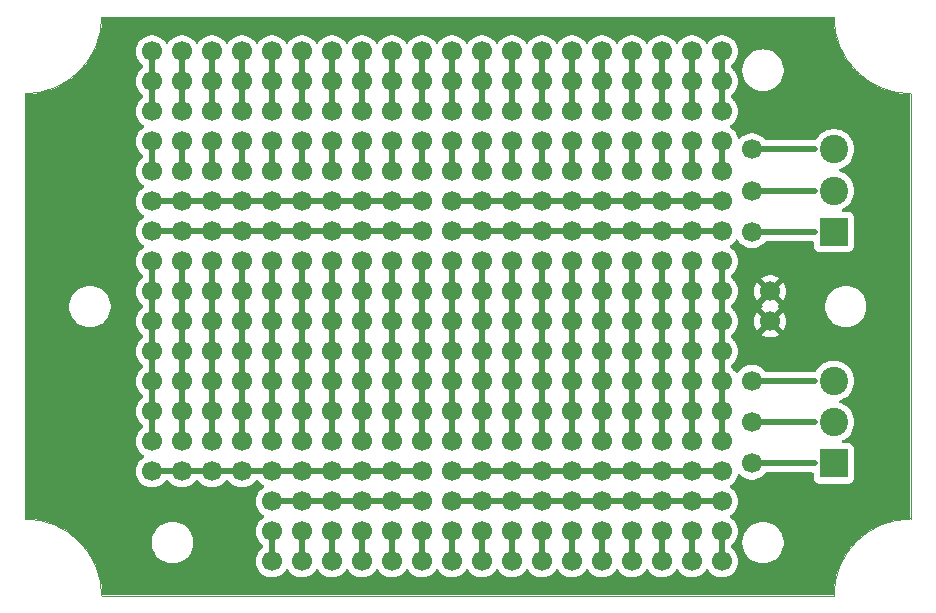
<source format=gbr>
G04 #@! TF.GenerationSoftware,KiCad,Pcbnew,7.0.11+dfsg-1build4*
G04 #@! TF.CreationDate,2025-11-24T12:58:40-05:00*
G04 #@! TF.ProjectId,MCU_PROTO_83x58mm,4d43555f-5052-44f5-944f-5f3833783538,rev?*
G04 #@! TF.SameCoordinates,Original*
G04 #@! TF.FileFunction,Copper,L1,Top*
G04 #@! TF.FilePolarity,Positive*
%FSLAX46Y46*%
G04 Gerber Fmt 4.6, Leading zero omitted, Abs format (unit mm)*
G04 Created by KiCad (PCBNEW 7.0.11+dfsg-1build4) date 2025-11-24 12:58:40*
%MOMM*%
%LPD*%
G01*
G04 APERTURE LIST*
G04 #@! TA.AperFunction,ComponentPad*
%ADD10C,1.700000*%
G04 #@! TD*
G04 #@! TA.AperFunction,ComponentPad*
%ADD11R,2.400000X2.400000*%
G04 #@! TD*
G04 #@! TA.AperFunction,ComponentPad*
%ADD12C,2.400000*%
G04 #@! TD*
G04 #@! TA.AperFunction,Conductor*
%ADD13C,0.500000*%
G04 #@! TD*
G04 #@! TA.AperFunction,Profile*
%ADD14C,0.050000*%
G04 #@! TD*
G04 APERTURE END LIST*
D10*
X159020000Y-146090000D03*
X156480000Y-146090000D03*
X153940000Y-146090000D03*
X151400000Y-146090000D03*
X148860000Y-146090000D03*
X146320000Y-146090000D03*
X143780000Y-146090000D03*
X141240000Y-146090000D03*
X138700000Y-146090000D03*
X136160000Y-146090000D03*
X133620000Y-146090000D03*
X131080000Y-146090000D03*
X128540000Y-146090000D03*
X126000000Y-146090000D03*
X123460000Y-146090000D03*
X120920000Y-146090000D03*
X159020000Y-143550000D03*
X156480000Y-143550000D03*
X153940000Y-143550000D03*
X151400000Y-143550000D03*
X148860000Y-143550000D03*
X146320000Y-143550000D03*
X143780000Y-143550000D03*
X141240000Y-143550000D03*
X138700000Y-143550000D03*
X136160000Y-143550000D03*
X133620000Y-143550000D03*
X131080000Y-143550000D03*
X128540000Y-143550000D03*
X126000000Y-143550000D03*
X123460000Y-143550000D03*
X120920000Y-143550000D03*
X159020000Y-141010000D03*
X156480000Y-141010000D03*
X153940000Y-141010000D03*
X151400000Y-141010000D03*
X148860000Y-141010000D03*
X146320000Y-141010000D03*
X143780000Y-141010000D03*
X141240000Y-141010000D03*
X138700000Y-141010000D03*
X136160000Y-141010000D03*
X133620000Y-141010000D03*
X131080000Y-141010000D03*
X128540000Y-141010000D03*
X126000000Y-141010000D03*
X123460000Y-141010000D03*
X120920000Y-141010000D03*
X159020000Y-138470000D03*
X156480000Y-138470000D03*
X153940000Y-138470000D03*
X151400000Y-138470000D03*
X148860000Y-138470000D03*
X146320000Y-138470000D03*
X143780000Y-138470000D03*
X141240000Y-138470000D03*
X138700000Y-138470000D03*
X136160000Y-138470000D03*
X133620000Y-138470000D03*
X131080000Y-138470000D03*
X128540000Y-138470000D03*
X126000000Y-138470000D03*
X123460000Y-138470000D03*
X120920000Y-138470000D03*
X118380000Y-138470000D03*
X115840000Y-138470000D03*
X113300000Y-138470000D03*
X110760000Y-138470000D03*
X159020000Y-135930000D03*
X156480000Y-135930000D03*
X153940000Y-135930000D03*
X151400000Y-135930000D03*
X148860000Y-135930000D03*
X146320000Y-135930000D03*
X143780000Y-135930000D03*
X141240000Y-135930000D03*
X138700000Y-135930000D03*
X136160000Y-135930000D03*
X133620000Y-135930000D03*
X131080000Y-135930000D03*
X128540000Y-135930000D03*
X126000000Y-135930000D03*
X123460000Y-135930000D03*
X120920000Y-135930000D03*
X118380000Y-135930000D03*
X115840000Y-135930000D03*
X113300000Y-135930000D03*
X110760000Y-135930000D03*
X159020000Y-133390000D03*
X156480000Y-133390000D03*
X153940000Y-133390000D03*
X151400000Y-133390000D03*
X148860000Y-133390000D03*
X146320000Y-133390000D03*
X143780000Y-133390000D03*
X141240000Y-133390000D03*
X138700000Y-133390000D03*
X136160000Y-133390000D03*
X133620000Y-133390000D03*
X131080000Y-133390000D03*
X128540000Y-133390000D03*
X126000000Y-133390000D03*
X123460000Y-133390000D03*
X120920000Y-133390000D03*
X118380000Y-133390000D03*
X115840000Y-133390000D03*
X113300000Y-133390000D03*
X110760000Y-133390000D03*
X159020000Y-130850000D03*
X156480000Y-130850000D03*
X153940000Y-130850000D03*
X151400000Y-130850000D03*
X148860000Y-130850000D03*
X146320000Y-130850000D03*
X143780000Y-130850000D03*
X141240000Y-130850000D03*
X138700000Y-130850000D03*
X136160000Y-130850000D03*
X133620000Y-130850000D03*
X131080000Y-130850000D03*
X128540000Y-130850000D03*
X126000000Y-130850000D03*
X123460000Y-130850000D03*
X120920000Y-130850000D03*
X118380000Y-130850000D03*
X115840000Y-130850000D03*
X113300000Y-130850000D03*
X110760000Y-130850000D03*
X159020000Y-128310000D03*
X156480000Y-128310000D03*
X153940000Y-128310000D03*
X151400000Y-128310000D03*
X148860000Y-128310000D03*
X146320000Y-128310000D03*
X143780000Y-128310000D03*
X141240000Y-128310000D03*
X138700000Y-128310000D03*
X136160000Y-128310000D03*
X133620000Y-128310000D03*
X131080000Y-128310000D03*
X128540000Y-128310000D03*
X126000000Y-128310000D03*
X123460000Y-128310000D03*
X120920000Y-128310000D03*
X118380000Y-128310000D03*
X115840000Y-128310000D03*
X113300000Y-128310000D03*
X110760000Y-128310000D03*
X159020000Y-125770000D03*
X156480000Y-125770000D03*
X153940000Y-125770000D03*
X151400000Y-125770000D03*
X148860000Y-125770000D03*
X146320000Y-125770000D03*
X143780000Y-125770000D03*
X141240000Y-125770000D03*
X138700000Y-125770000D03*
X136160000Y-125770000D03*
X133620000Y-125770000D03*
X131080000Y-125770000D03*
X128540000Y-125770000D03*
X126000000Y-125770000D03*
X123460000Y-125770000D03*
X120920000Y-125770000D03*
X118380000Y-125770000D03*
X115840000Y-125770000D03*
X113300000Y-125770000D03*
X110760000Y-125770000D03*
X159020000Y-123230000D03*
X156480000Y-123230000D03*
X153940000Y-123230000D03*
X151400000Y-123230000D03*
X148860000Y-123230000D03*
X146320000Y-123230000D03*
X143780000Y-123230000D03*
X141240000Y-123230000D03*
X138700000Y-123230000D03*
X136160000Y-123230000D03*
X133620000Y-123230000D03*
X131080000Y-123230000D03*
X128540000Y-123230000D03*
X126000000Y-123230000D03*
X123460000Y-123230000D03*
X120920000Y-123230000D03*
X118380000Y-123230000D03*
X115840000Y-123230000D03*
X113300000Y-123230000D03*
X110760000Y-123230000D03*
X159020000Y-120690000D03*
X156480000Y-120690000D03*
X153940000Y-120690000D03*
X151400000Y-120690000D03*
X148860000Y-120690000D03*
X146320000Y-120690000D03*
X143780000Y-120690000D03*
X141240000Y-120690000D03*
X138700000Y-120690000D03*
X136160000Y-120690000D03*
X133620000Y-120690000D03*
X131080000Y-120690000D03*
X128540000Y-120690000D03*
X126000000Y-120690000D03*
X123460000Y-120690000D03*
X120920000Y-120690000D03*
X118380000Y-120690000D03*
X115840000Y-120690000D03*
X113300000Y-120690000D03*
X110760000Y-120690000D03*
X159020000Y-118150000D03*
X156480000Y-118150000D03*
X153940000Y-118150000D03*
X151400000Y-118150000D03*
X148860000Y-118150000D03*
X146320000Y-118150000D03*
X143780000Y-118150000D03*
X141240000Y-118150000D03*
X138700000Y-118150000D03*
X136160000Y-118150000D03*
X133620000Y-118150000D03*
X131080000Y-118150000D03*
X128540000Y-118150000D03*
X126000000Y-118150000D03*
X123460000Y-118150000D03*
X120920000Y-118150000D03*
X118380000Y-118150000D03*
X115840000Y-118150000D03*
X113300000Y-118150000D03*
X110760000Y-118150000D03*
X159020000Y-115610000D03*
X156480000Y-115610000D03*
X153940000Y-115610000D03*
X151400000Y-115610000D03*
X148860000Y-115610000D03*
X146320000Y-115610000D03*
X143780000Y-115610000D03*
X141240000Y-115610000D03*
X138700000Y-115610000D03*
X136160000Y-115610000D03*
X133620000Y-115610000D03*
X131080000Y-115610000D03*
X128540000Y-115610000D03*
X126000000Y-115610000D03*
X123460000Y-115610000D03*
X120920000Y-115610000D03*
X118380000Y-115610000D03*
X115840000Y-115610000D03*
X113300000Y-115610000D03*
X110760000Y-115610000D03*
X159020000Y-113070000D03*
X156480000Y-113070000D03*
X153940000Y-113070000D03*
X151400000Y-113070000D03*
X148860000Y-113070000D03*
X146320000Y-113070000D03*
X143780000Y-113070000D03*
X141240000Y-113070000D03*
X138700000Y-113070000D03*
X136160000Y-113070000D03*
X133620000Y-113070000D03*
X131080000Y-113070000D03*
X128540000Y-113070000D03*
X126000000Y-113070000D03*
X123460000Y-113070000D03*
X120920000Y-113070000D03*
X118380000Y-113070000D03*
X115840000Y-113070000D03*
X113300000Y-113070000D03*
X110760000Y-113070000D03*
X159020000Y-110530000D03*
X156480000Y-110530000D03*
X153940000Y-110530000D03*
X151400000Y-110530000D03*
X148860000Y-110530000D03*
X146320000Y-110530000D03*
X143780000Y-110530000D03*
X141240000Y-110530000D03*
X138700000Y-110530000D03*
X136160000Y-110530000D03*
X133620000Y-110530000D03*
X131080000Y-110530000D03*
X128540000Y-110530000D03*
X126000000Y-110530000D03*
X123460000Y-110530000D03*
X120920000Y-110530000D03*
X118380000Y-110530000D03*
X115840000Y-110530000D03*
X113300000Y-110530000D03*
X110760000Y-110530000D03*
X159020000Y-107990000D03*
X156480000Y-107990000D03*
X153940000Y-107990000D03*
X151400000Y-107990000D03*
X148860000Y-107990000D03*
X146320000Y-107990000D03*
X143780000Y-107990000D03*
X141240000Y-107990000D03*
X138700000Y-107990000D03*
X136160000Y-107990000D03*
X133620000Y-107990000D03*
X131080000Y-107990000D03*
X128540000Y-107990000D03*
X126000000Y-107990000D03*
X123460000Y-107990000D03*
X120920000Y-107990000D03*
X118380000Y-107990000D03*
X115840000Y-107990000D03*
X113300000Y-107990000D03*
X110760000Y-107990000D03*
X159020000Y-105450000D03*
X156480000Y-105450000D03*
X153940000Y-105450000D03*
X151400000Y-105450000D03*
X148860000Y-105450000D03*
X146320000Y-105450000D03*
X143780000Y-105450000D03*
X141240000Y-105450000D03*
X138700000Y-105450000D03*
X136160000Y-105450000D03*
X133620000Y-105450000D03*
X131080000Y-105450000D03*
X128540000Y-105450000D03*
X126000000Y-105450000D03*
X123460000Y-105450000D03*
X120920000Y-105450000D03*
X118380000Y-105450000D03*
X115840000Y-105450000D03*
X113300000Y-105450000D03*
X110760000Y-105450000D03*
X159020000Y-102910000D03*
X156480000Y-102910000D03*
X153940000Y-102910000D03*
X151400000Y-102910000D03*
X148860000Y-102910000D03*
X146320000Y-102910000D03*
X143780000Y-102910000D03*
X141240000Y-102910000D03*
X138700000Y-102910000D03*
X136160000Y-102910000D03*
X133620000Y-102910000D03*
X131080000Y-102910000D03*
X128540000Y-102910000D03*
X126000000Y-102910000D03*
X123460000Y-102910000D03*
X120920000Y-102910000D03*
X118380000Y-102910000D03*
X115840000Y-102910000D03*
X113300000Y-102910000D03*
X110760000Y-102910000D03*
D11*
X168500000Y-137800000D03*
D12*
X168500000Y-134300000D03*
X168500000Y-130800000D03*
D11*
X168500000Y-118200000D03*
D12*
X168500000Y-114700000D03*
X168500000Y-111200000D03*
D10*
X161560000Y-137800000D03*
X161560000Y-134300000D03*
X161560000Y-130800000D03*
X161560000Y-118200000D03*
X161560000Y-114700000D03*
X161560000Y-111200000D03*
X163100000Y-125770000D03*
X163100000Y-123230000D03*
D13*
X161560000Y-137800000D02*
X166850000Y-137800000D01*
X161560000Y-134300000D02*
X166850000Y-134300000D01*
X161560000Y-130800000D02*
X166850000Y-130800000D01*
X161560000Y-118200000D02*
X166850000Y-118200000D01*
X161560000Y-114700000D02*
X166850000Y-114700000D01*
X161560000Y-111200000D02*
X166850000Y-111200000D01*
X159020000Y-143550000D02*
X159020000Y-146090000D01*
X156480000Y-143550000D02*
X156480000Y-146090000D01*
X153940000Y-143550000D02*
X153940000Y-146090000D01*
X151400000Y-143550000D02*
X151400000Y-146090000D01*
X148860000Y-143550000D02*
X148860000Y-146090000D01*
X146320000Y-143550000D02*
X146320000Y-146090000D01*
X143780000Y-143550000D02*
X143780000Y-146090000D01*
X141240000Y-143550000D02*
X141240000Y-146090000D01*
X138700000Y-143550000D02*
X138700000Y-146090000D01*
X136160000Y-143550000D02*
X136160000Y-146090000D01*
X133620000Y-143550000D02*
X133620000Y-146090000D01*
X131080000Y-143550000D02*
X131080000Y-146090000D01*
X128540000Y-143550000D02*
X128540000Y-146090000D01*
X126000000Y-143550000D02*
X126000000Y-146090000D01*
X123460000Y-143550000D02*
X123460000Y-146090000D01*
X120920000Y-143550000D02*
X120920000Y-146090000D01*
X156480000Y-141010000D02*
X159020000Y-141010000D01*
X153940000Y-141010000D02*
X156480000Y-141010000D01*
X151400000Y-141010000D02*
X153940000Y-141010000D01*
X148860000Y-141010000D02*
X151400000Y-141010000D01*
X146320000Y-141010000D02*
X148860000Y-141010000D01*
X143780000Y-141010000D02*
X146320000Y-141010000D01*
X141240000Y-141010000D02*
X143780000Y-141010000D01*
X138700000Y-141010000D02*
X141240000Y-141010000D01*
X136160000Y-141010000D02*
X138700000Y-141010000D01*
X131080000Y-141010000D02*
X133620000Y-141010000D01*
X128540000Y-141010000D02*
X131080000Y-141010000D01*
X126000000Y-141010000D02*
X128540000Y-141010000D01*
X123460000Y-141010000D02*
X126000000Y-141010000D01*
X120920000Y-141010000D02*
X123460000Y-141010000D01*
X156480000Y-138470000D02*
X159020000Y-138470000D01*
X153940000Y-138470000D02*
X156480000Y-138470000D01*
X151400000Y-138470000D02*
X153940000Y-138470000D01*
X148860000Y-138470000D02*
X151400000Y-138470000D01*
X146320000Y-138470000D02*
X148860000Y-138470000D01*
X143780000Y-138470000D02*
X146320000Y-138470000D01*
X141240000Y-138470000D02*
X143780000Y-138470000D01*
X138700000Y-138470000D02*
X141240000Y-138470000D01*
X136160000Y-138470000D02*
X138700000Y-138470000D01*
X131080000Y-138470000D02*
X133620000Y-138470000D01*
X128540000Y-138470000D02*
X131080000Y-138470000D01*
X126000000Y-138470000D02*
X128540000Y-138470000D01*
X123460000Y-138470000D02*
X126000000Y-138470000D01*
X120920000Y-138470000D02*
X123460000Y-138470000D01*
X118380000Y-138470000D02*
X120920000Y-138470000D01*
X115840000Y-138470000D02*
X118380000Y-138470000D01*
X113300000Y-138470000D02*
X115840000Y-138470000D01*
X110760000Y-138470000D02*
X113300000Y-138470000D01*
X159020000Y-133390000D02*
X159020000Y-135930000D01*
X156480000Y-133390000D02*
X156480000Y-135930000D01*
X153940000Y-133390000D02*
X153940000Y-135930000D01*
X151400000Y-133390000D02*
X151400000Y-135930000D01*
X148860000Y-133390000D02*
X148860000Y-135930000D01*
X146320000Y-133390000D02*
X146320000Y-135930000D01*
X143780000Y-133390000D02*
X143780000Y-135930000D01*
X141240000Y-133390000D02*
X141240000Y-135930000D01*
X138700000Y-133390000D02*
X138700000Y-135930000D01*
X136160000Y-133390000D02*
X136160000Y-135930000D01*
X133620000Y-133390000D02*
X133620000Y-135930000D01*
X131080000Y-133390000D02*
X131080000Y-135930000D01*
X128540000Y-133390000D02*
X128540000Y-135930000D01*
X126000000Y-133390000D02*
X126000000Y-135930000D01*
X123460000Y-133390000D02*
X123460000Y-135930000D01*
X120920000Y-133390000D02*
X120920000Y-135930000D01*
X118380000Y-133390000D02*
X118380000Y-135930000D01*
X115840000Y-133390000D02*
X115840000Y-135930000D01*
X113300000Y-133390000D02*
X113300000Y-135930000D01*
X110760000Y-133390000D02*
X110760000Y-135930000D01*
X159020000Y-130850000D02*
X159020000Y-133390000D01*
X156480000Y-130850000D02*
X156480000Y-133390000D01*
X153940000Y-130850000D02*
X153940000Y-133390000D01*
X151400000Y-130850000D02*
X151400000Y-133390000D01*
X148860000Y-130850000D02*
X148860000Y-133390000D01*
X146320000Y-130850000D02*
X146320000Y-133390000D01*
X143780000Y-130850000D02*
X143780000Y-133390000D01*
X141240000Y-130850000D02*
X141240000Y-133390000D01*
X138700000Y-130850000D02*
X138700000Y-133390000D01*
X136160000Y-130850000D02*
X136160000Y-133390000D01*
X133620000Y-130850000D02*
X133620000Y-133390000D01*
X131080000Y-130850000D02*
X131080000Y-133390000D01*
X128540000Y-130850000D02*
X128540000Y-133390000D01*
X126000000Y-130850000D02*
X126000000Y-133390000D01*
X123460000Y-130850000D02*
X123460000Y-133390000D01*
X120920000Y-130850000D02*
X120920000Y-133390000D01*
X118380000Y-130850000D02*
X118380000Y-133390000D01*
X115840000Y-130850000D02*
X115840000Y-133390000D01*
X113300000Y-130850000D02*
X113300000Y-133390000D01*
X110760000Y-130850000D02*
X110760000Y-133390000D01*
X159020000Y-128310000D02*
X159020000Y-130850000D01*
X156480000Y-128310000D02*
X156480000Y-130850000D01*
X153940000Y-128310000D02*
X153940000Y-130850000D01*
X151400000Y-128310000D02*
X151400000Y-130850000D01*
X148860000Y-128310000D02*
X148860000Y-130850000D01*
X146320000Y-128310000D02*
X146320000Y-130850000D01*
X143780000Y-128310000D02*
X143780000Y-130850000D01*
X141240000Y-128310000D02*
X141240000Y-130850000D01*
X138700000Y-128310000D02*
X138700000Y-130850000D01*
X136160000Y-128310000D02*
X136160000Y-130850000D01*
X133620000Y-128310000D02*
X133620000Y-130850000D01*
X131080000Y-128310000D02*
X131080000Y-130850000D01*
X128540000Y-128310000D02*
X128540000Y-130850000D01*
X126000000Y-128310000D02*
X126000000Y-130850000D01*
X123460000Y-128310000D02*
X123460000Y-130850000D01*
X120920000Y-128310000D02*
X120920000Y-130850000D01*
X118380000Y-128310000D02*
X118380000Y-130850000D01*
X115840000Y-128310000D02*
X115840000Y-130850000D01*
X113300000Y-128310000D02*
X113300000Y-130850000D01*
X110760000Y-128310000D02*
X110760000Y-130850000D01*
X159020000Y-125770000D02*
X159020000Y-128310000D01*
X156480000Y-125770000D02*
X156480000Y-128310000D01*
X153940000Y-125770000D02*
X153940000Y-128310000D01*
X151400000Y-125770000D02*
X151400000Y-128310000D01*
X148860000Y-125770000D02*
X148860000Y-128310000D01*
X146320000Y-125770000D02*
X146320000Y-128310000D01*
X143780000Y-125770000D02*
X143780000Y-128310000D01*
X141240000Y-125770000D02*
X141240000Y-128310000D01*
X138700000Y-125770000D02*
X138700000Y-128310000D01*
X136160000Y-125770000D02*
X136160000Y-128310000D01*
X133620000Y-125770000D02*
X133620000Y-128310000D01*
X131080000Y-125770000D02*
X131080000Y-128310000D01*
X128540000Y-125770000D02*
X128540000Y-128310000D01*
X126000000Y-125770000D02*
X126000000Y-128310000D01*
X123460000Y-125770000D02*
X123460000Y-128310000D01*
X120920000Y-125770000D02*
X120920000Y-128310000D01*
X118380000Y-125770000D02*
X118380000Y-128310000D01*
X115840000Y-125770000D02*
X115840000Y-128310000D01*
X113300000Y-125770000D02*
X113300000Y-128310000D01*
X110760000Y-125770000D02*
X110760000Y-128310000D01*
X159020000Y-123230000D02*
X159020000Y-125770000D01*
X156480000Y-123230000D02*
X156480000Y-125770000D01*
X153940000Y-123230000D02*
X153940000Y-125770000D01*
X151400000Y-123230000D02*
X151400000Y-125770000D01*
X148860000Y-123230000D02*
X148860000Y-125770000D01*
X146320000Y-123230000D02*
X146320000Y-125770000D01*
X143780000Y-123230000D02*
X143780000Y-125770000D01*
X141240000Y-123230000D02*
X141240000Y-125770000D01*
X138700000Y-123230000D02*
X138700000Y-125770000D01*
X136160000Y-123230000D02*
X136160000Y-125770000D01*
X133620000Y-123230000D02*
X133620000Y-125770000D01*
X131080000Y-123230000D02*
X131080000Y-125770000D01*
X128540000Y-123230000D02*
X128540000Y-125770000D01*
X126000000Y-123230000D02*
X126000000Y-125770000D01*
X123460000Y-123230000D02*
X123460000Y-125770000D01*
X120920000Y-123230000D02*
X120920000Y-125770000D01*
X118380000Y-123230000D02*
X118380000Y-125770000D01*
X115840000Y-123230000D02*
X115840000Y-125770000D01*
X113300000Y-123230000D02*
X113300000Y-125770000D01*
X110760000Y-123230000D02*
X110760000Y-125770000D01*
X159020000Y-120690000D02*
X159020000Y-123230000D01*
X156480000Y-120690000D02*
X156480000Y-123230000D01*
X153940000Y-120690000D02*
X153940000Y-123230000D01*
X151400000Y-120690000D02*
X151400000Y-123230000D01*
X148860000Y-120690000D02*
X148860000Y-123230000D01*
X146320000Y-120690000D02*
X146320000Y-123230000D01*
X143780000Y-120690000D02*
X143780000Y-123230000D01*
X141240000Y-120690000D02*
X141240000Y-123230000D01*
X138700000Y-120690000D02*
X138700000Y-123230000D01*
X136160000Y-120690000D02*
X136160000Y-123230000D01*
X133620000Y-120690000D02*
X133620000Y-123230000D01*
X131080000Y-120690000D02*
X131080000Y-123230000D01*
X128540000Y-120690000D02*
X128540000Y-123230000D01*
X126000000Y-120690000D02*
X126000000Y-123230000D01*
X123460000Y-120690000D02*
X123460000Y-123230000D01*
X120920000Y-120690000D02*
X120920000Y-123230000D01*
X118380000Y-120690000D02*
X118380000Y-123230000D01*
X115840000Y-120690000D02*
X115840000Y-123230000D01*
X113300000Y-120690000D02*
X113300000Y-123230000D01*
X110760000Y-120690000D02*
X110760000Y-123230000D01*
X156480000Y-118150000D02*
X159020000Y-118150000D01*
X153940000Y-118150000D02*
X156480000Y-118150000D01*
X151400000Y-118150000D02*
X153940000Y-118150000D01*
X148860000Y-118150000D02*
X151400000Y-118150000D01*
X146320000Y-118150000D02*
X148860000Y-118150000D01*
X143780000Y-118150000D02*
X146320000Y-118150000D01*
X141240000Y-118150000D02*
X143780000Y-118150000D01*
X138700000Y-118150000D02*
X141240000Y-118150000D01*
X136160000Y-118150000D02*
X138700000Y-118150000D01*
X131080000Y-118150000D02*
X133620000Y-118150000D01*
X128540000Y-118150000D02*
X131080000Y-118150000D01*
X126000000Y-118150000D02*
X128540000Y-118150000D01*
X123460000Y-118150000D02*
X126000000Y-118150000D01*
X120920000Y-118150000D02*
X123460000Y-118150000D01*
X118380000Y-118150000D02*
X120920000Y-118150000D01*
X115840000Y-118150000D02*
X118380000Y-118150000D01*
X113300000Y-118150000D02*
X115840000Y-118150000D01*
X110760000Y-118150000D02*
X113300000Y-118150000D01*
X156480000Y-115610000D02*
X159020000Y-115610000D01*
X153940000Y-115610000D02*
X156480000Y-115610000D01*
X151400000Y-115610000D02*
X153940000Y-115610000D01*
X148860000Y-115610000D02*
X151400000Y-115610000D01*
X146320000Y-115610000D02*
X148860000Y-115610000D01*
X143780000Y-115610000D02*
X146320000Y-115610000D01*
X141240000Y-115610000D02*
X143780000Y-115610000D01*
X138700000Y-115610000D02*
X141240000Y-115610000D01*
X136160000Y-115610000D02*
X138700000Y-115610000D01*
X131080000Y-115610000D02*
X133620000Y-115610000D01*
X128540000Y-115610000D02*
X131080000Y-115610000D01*
X126000000Y-115610000D02*
X128540000Y-115610000D01*
X123460000Y-115610000D02*
X126000000Y-115610000D01*
X120920000Y-115610000D02*
X123460000Y-115610000D01*
X118380000Y-115610000D02*
X120920000Y-115610000D01*
X115840000Y-115610000D02*
X118380000Y-115610000D01*
X113300000Y-115610000D02*
X115840000Y-115610000D01*
X110760000Y-115610000D02*
X113300000Y-115610000D01*
X159020000Y-110530000D02*
X159020000Y-113070000D01*
X156480000Y-110530000D02*
X156480000Y-113070000D01*
X153940000Y-110530000D02*
X153940000Y-113070000D01*
X151400000Y-110530000D02*
X151400000Y-113070000D01*
X148860000Y-110530000D02*
X148860000Y-113070000D01*
X146320000Y-110530000D02*
X146320000Y-113070000D01*
X143780000Y-110530000D02*
X143780000Y-113070000D01*
X141240000Y-110530000D02*
X141240000Y-113070000D01*
X138700000Y-110530000D02*
X138700000Y-113070000D01*
X136160000Y-110530000D02*
X136160000Y-113070000D01*
X133620000Y-110530000D02*
X133620000Y-113070000D01*
X131080000Y-110530000D02*
X131080000Y-113070000D01*
X128540000Y-110530000D02*
X128540000Y-113070000D01*
X126000000Y-110530000D02*
X126000000Y-113070000D01*
X123460000Y-110530000D02*
X123460000Y-113070000D01*
X120920000Y-110530000D02*
X120920000Y-113070000D01*
X118380000Y-110530000D02*
X118380000Y-113070000D01*
X115840000Y-110530000D02*
X115840000Y-113070000D01*
X113300000Y-110530000D02*
X113300000Y-113070000D01*
X110760000Y-110530000D02*
X110760000Y-113070000D01*
X159020000Y-105450000D02*
X159020000Y-107990000D01*
X156480000Y-105450000D02*
X156480000Y-107990000D01*
X153940000Y-105450000D02*
X153940000Y-107990000D01*
X151400000Y-105450000D02*
X151400000Y-107990000D01*
X148860000Y-105450000D02*
X148860000Y-107990000D01*
X146320000Y-105450000D02*
X146320000Y-107990000D01*
X143780000Y-105450000D02*
X143780000Y-107990000D01*
X141240000Y-105450000D02*
X141240000Y-107990000D01*
X138700000Y-105450000D02*
X138700000Y-107990000D01*
X136160000Y-105450000D02*
X136160000Y-107990000D01*
X133620000Y-105450000D02*
X133620000Y-107990000D01*
X131080000Y-105450000D02*
X131080000Y-107990000D01*
X128540000Y-105450000D02*
X128540000Y-107990000D01*
X126000000Y-105450000D02*
X126000000Y-107990000D01*
X123460000Y-105450000D02*
X123460000Y-107990000D01*
X120920000Y-105450000D02*
X120920000Y-107990000D01*
X118380000Y-105450000D02*
X118380000Y-107990000D01*
X115840000Y-105450000D02*
X115840000Y-107990000D01*
X113300000Y-105450000D02*
X113300000Y-107990000D01*
X110760000Y-105450000D02*
X110760000Y-107990000D01*
X159020000Y-102910000D02*
X159020000Y-105450000D01*
X156480000Y-102910000D02*
X156480000Y-105450000D01*
X153940000Y-102910000D02*
X153940000Y-105450000D01*
X151400000Y-102910000D02*
X151400000Y-105450000D01*
X148860000Y-102910000D02*
X148860000Y-105450000D01*
X146320000Y-102910000D02*
X146320000Y-105450000D01*
X143780000Y-102910000D02*
X143780000Y-105450000D01*
X141240000Y-102910000D02*
X141240000Y-105450000D01*
X138700000Y-102910000D02*
X138700000Y-105450000D01*
X136160000Y-102910000D02*
X136160000Y-105450000D01*
X133620000Y-102910000D02*
X133620000Y-105450000D01*
X131080000Y-102910000D02*
X131080000Y-105450000D01*
X128540000Y-102910000D02*
X128540000Y-105450000D01*
X126000000Y-102910000D02*
X126000000Y-105450000D01*
X123460000Y-102910000D02*
X123460000Y-105450000D01*
X120920000Y-102910000D02*
X120920000Y-105450000D01*
X118380000Y-102910000D02*
X118380000Y-105450000D01*
X115840000Y-102910000D02*
X115840000Y-105450000D01*
X113300000Y-102910000D02*
X113300000Y-105450000D01*
X110760000Y-102910000D02*
X110760000Y-105450000D01*
G04 #@! TA.AperFunction,Conductor*
G36*
X168416621Y-100045502D02*
G01*
X168463114Y-100099158D01*
X168474500Y-100151500D01*
X168474500Y-100244165D01*
X168510993Y-100731130D01*
X168510993Y-100731131D01*
X168510994Y-100731135D01*
X168583776Y-101214015D01*
X168583779Y-101214026D01*
X168692438Y-101690094D01*
X168692444Y-101690117D01*
X168836376Y-102156735D01*
X169014785Y-102611314D01*
X169014800Y-102611347D01*
X169226662Y-103051283D01*
X169226665Y-103051290D01*
X169470835Y-103474206D01*
X169732969Y-103858685D01*
X169745923Y-103877685D01*
X170050395Y-104259480D01*
X170382546Y-104617454D01*
X170740520Y-104949605D01*
X171122315Y-105254077D01*
X171122332Y-105254089D01*
X171122334Y-105254090D01*
X171525793Y-105529164D01*
X171525795Y-105529165D01*
X171948705Y-105773332D01*
X172388679Y-105985212D01*
X172812008Y-106151356D01*
X172843264Y-106163623D01*
X173309882Y-106307555D01*
X173309895Y-106307559D01*
X173785985Y-106416224D01*
X174268865Y-106489006D01*
X174755833Y-106525500D01*
X174848500Y-106525500D01*
X174916621Y-106545502D01*
X174963114Y-106599158D01*
X174974500Y-106651500D01*
X174974500Y-142348500D01*
X174954498Y-142416621D01*
X174900842Y-142463114D01*
X174848500Y-142474500D01*
X174755833Y-142474500D01*
X174708755Y-142478028D01*
X174268869Y-142510993D01*
X174268868Y-142510993D01*
X174004334Y-142550865D01*
X173785985Y-142583776D01*
X173658973Y-142612765D01*
X173309905Y-142692438D01*
X173309882Y-142692444D01*
X172843264Y-142836376D01*
X172388685Y-143014785D01*
X172388652Y-143014800D01*
X171948716Y-143226662D01*
X171948709Y-143226665D01*
X171525793Y-143470835D01*
X171122334Y-143745909D01*
X171122316Y-143745922D01*
X171122315Y-143745923D01*
X170740520Y-144050395D01*
X170382546Y-144382546D01*
X170050395Y-144740520D01*
X169892049Y-144939079D01*
X169745922Y-145122316D01*
X169745909Y-145122334D01*
X169470835Y-145525793D01*
X169226665Y-145948709D01*
X169226662Y-145948716D01*
X169014800Y-146388652D01*
X169014785Y-146388685D01*
X168836376Y-146843264D01*
X168692444Y-147309882D01*
X168692438Y-147309905D01*
X168660805Y-147448500D01*
X168583776Y-147785985D01*
X168583776Y-147785988D01*
X168510993Y-148268868D01*
X168510993Y-148268869D01*
X168474500Y-148755834D01*
X168474500Y-148848500D01*
X168454498Y-148916621D01*
X168400842Y-148963114D01*
X168348500Y-148974500D01*
X106651500Y-148974500D01*
X106583379Y-148954498D01*
X106536886Y-148900842D01*
X106525500Y-148848500D01*
X106525500Y-148755834D01*
X106525500Y-148755833D01*
X106489006Y-148268865D01*
X106416224Y-147785985D01*
X106307559Y-147309895D01*
X106307555Y-147309882D01*
X106163623Y-146843264D01*
X106133169Y-146765669D01*
X105985212Y-146388679D01*
X105773332Y-145948705D01*
X105529165Y-145525795D01*
X105471495Y-145441209D01*
X105254090Y-145122334D01*
X105254089Y-145122332D01*
X105254077Y-145122315D01*
X104949605Y-144740520D01*
X104848154Y-144631182D01*
X110749500Y-144631182D01*
X110765981Y-144740522D01*
X110788604Y-144890619D01*
X110865933Y-145141314D01*
X110865938Y-145141327D01*
X110979773Y-145377706D01*
X110979777Y-145377713D01*
X111127562Y-145594472D01*
X111127567Y-145594479D01*
X111306019Y-145786805D01*
X111511143Y-145950386D01*
X111511146Y-145950388D01*
X111738352Y-146081566D01*
X111738356Y-146081567D01*
X111738357Y-146081568D01*
X111982584Y-146177420D01*
X112238370Y-146235802D01*
X112434506Y-146250500D01*
X112434507Y-146250500D01*
X112565493Y-146250500D01*
X112565494Y-146250500D01*
X112761630Y-146235802D01*
X113017416Y-146177420D01*
X113261643Y-146081568D01*
X113261645Y-146081566D01*
X113261647Y-146081566D01*
X113375250Y-146015977D01*
X113488857Y-145950386D01*
X113693981Y-145786805D01*
X113872433Y-145594479D01*
X114020228Y-145377704D01*
X114134063Y-145141323D01*
X114134066Y-145141314D01*
X114211395Y-144890619D01*
X114234019Y-144740522D01*
X114250500Y-144631182D01*
X114250500Y-144368818D01*
X114211396Y-144109385D01*
X114211395Y-144109383D01*
X114211395Y-144109380D01*
X114134066Y-143858685D01*
X114134061Y-143858672D01*
X114079757Y-143745909D01*
X114020228Y-143622296D01*
X114020226Y-143622293D01*
X114020222Y-143622286D01*
X113872437Y-143405527D01*
X113872433Y-143405521D01*
X113693981Y-143213195D01*
X113488857Y-143049614D01*
X113488852Y-143049611D01*
X113488853Y-143049611D01*
X113261647Y-142918433D01*
X113261639Y-142918430D01*
X113017419Y-142822581D01*
X113017417Y-142822580D01*
X112761633Y-142764198D01*
X112614528Y-142753174D01*
X112565494Y-142749500D01*
X112434506Y-142749500D01*
X112395278Y-142752439D01*
X112238366Y-142764198D01*
X111982582Y-142822580D01*
X111982580Y-142822581D01*
X111738360Y-142918430D01*
X111738352Y-142918433D01*
X111511146Y-143049611D01*
X111306018Y-143213195D01*
X111127566Y-143405522D01*
X111127562Y-143405527D01*
X110979777Y-143622286D01*
X110979773Y-143622293D01*
X110865938Y-143858672D01*
X110865933Y-143858685D01*
X110788604Y-144109380D01*
X110771077Y-144225669D01*
X110749500Y-144368818D01*
X110749500Y-144631182D01*
X104848154Y-144631182D01*
X104617454Y-144382546D01*
X104259480Y-144050395D01*
X103877685Y-143745923D01*
X103877674Y-143745915D01*
X103877665Y-143745909D01*
X103474206Y-143470835D01*
X103051290Y-143226665D01*
X103051283Y-143226662D01*
X102611347Y-143014800D01*
X102611314Y-143014785D01*
X102156735Y-142836376D01*
X101690117Y-142692444D01*
X101690094Y-142692438D01*
X101452060Y-142638108D01*
X101214015Y-142583776D01*
X100922883Y-142539895D01*
X100731131Y-142510993D01*
X100291244Y-142478028D01*
X100244167Y-142474500D01*
X100244166Y-142474500D01*
X100151500Y-142474500D01*
X100083379Y-142454498D01*
X100036886Y-142400842D01*
X100025500Y-142348500D01*
X100025500Y-138470000D01*
X109396844Y-138470000D01*
X109414886Y-138687732D01*
X109415437Y-138694375D01*
X109470702Y-138912612D01*
X109470703Y-138912613D01*
X109470704Y-138912616D01*
X109556935Y-139109204D01*
X109561141Y-139118793D01*
X109684275Y-139307265D01*
X109684279Y-139307270D01*
X109836762Y-139472908D01*
X109874124Y-139501988D01*
X110014424Y-139611189D01*
X110212426Y-139718342D01*
X110212427Y-139718342D01*
X110212428Y-139718343D01*
X110300320Y-139748516D01*
X110425365Y-139791444D01*
X110647431Y-139828500D01*
X110647435Y-139828500D01*
X110872565Y-139828500D01*
X110872569Y-139828500D01*
X111094635Y-139791444D01*
X111307574Y-139718342D01*
X111505576Y-139611189D01*
X111683240Y-139472906D01*
X111835722Y-139307268D01*
X111849890Y-139285583D01*
X111903895Y-139239495D01*
X111955372Y-139228500D01*
X112104628Y-139228500D01*
X112172749Y-139248502D01*
X112210110Y-139285583D01*
X112224278Y-139307268D01*
X112275824Y-139363261D01*
X112376762Y-139472908D01*
X112414124Y-139501988D01*
X112554424Y-139611189D01*
X112752426Y-139718342D01*
X112752427Y-139718342D01*
X112752428Y-139718343D01*
X112840320Y-139748516D01*
X112965365Y-139791444D01*
X113187431Y-139828500D01*
X113187435Y-139828500D01*
X113412565Y-139828500D01*
X113412569Y-139828500D01*
X113634635Y-139791444D01*
X113847574Y-139718342D01*
X114045576Y-139611189D01*
X114223240Y-139472906D01*
X114375722Y-139307268D01*
X114389890Y-139285583D01*
X114443895Y-139239495D01*
X114495372Y-139228500D01*
X114644628Y-139228500D01*
X114712749Y-139248502D01*
X114750110Y-139285583D01*
X114764278Y-139307268D01*
X114815824Y-139363261D01*
X114916762Y-139472908D01*
X114954124Y-139501988D01*
X115094424Y-139611189D01*
X115292426Y-139718342D01*
X115292427Y-139718342D01*
X115292428Y-139718343D01*
X115380320Y-139748516D01*
X115505365Y-139791444D01*
X115727431Y-139828500D01*
X115727435Y-139828500D01*
X115952565Y-139828500D01*
X115952569Y-139828500D01*
X116174635Y-139791444D01*
X116387574Y-139718342D01*
X116585576Y-139611189D01*
X116763240Y-139472906D01*
X116915722Y-139307268D01*
X116929890Y-139285583D01*
X116983895Y-139239495D01*
X117035372Y-139228500D01*
X117184628Y-139228500D01*
X117252749Y-139248502D01*
X117290110Y-139285583D01*
X117304278Y-139307268D01*
X117355824Y-139363261D01*
X117456762Y-139472908D01*
X117494124Y-139501988D01*
X117634424Y-139611189D01*
X117832426Y-139718342D01*
X117832427Y-139718342D01*
X117832428Y-139718343D01*
X117920320Y-139748516D01*
X118045365Y-139791444D01*
X118267431Y-139828500D01*
X118267435Y-139828500D01*
X118492565Y-139828500D01*
X118492569Y-139828500D01*
X118714635Y-139791444D01*
X118927574Y-139718342D01*
X119125576Y-139611189D01*
X119303240Y-139472906D01*
X119455722Y-139307268D01*
X119469890Y-139285583D01*
X119523895Y-139239495D01*
X119575372Y-139228500D01*
X119724628Y-139228500D01*
X119792749Y-139248502D01*
X119830110Y-139285583D01*
X119844278Y-139307268D01*
X119895824Y-139363261D01*
X119996762Y-139472908D01*
X120034124Y-139501988D01*
X120174424Y-139611189D01*
X120207680Y-139629186D01*
X120258071Y-139679200D01*
X120273423Y-139748516D01*
X120248862Y-139815129D01*
X120207680Y-139850813D01*
X120174426Y-139868810D01*
X120174424Y-139868811D01*
X119996762Y-140007091D01*
X119844279Y-140172729D01*
X119844275Y-140172734D01*
X119721141Y-140361206D01*
X119630703Y-140567386D01*
X119630702Y-140567387D01*
X119575437Y-140785624D01*
X119556844Y-141010000D01*
X119575437Y-141234375D01*
X119630702Y-141452612D01*
X119630703Y-141452613D01*
X119721141Y-141658793D01*
X119844275Y-141847265D01*
X119844279Y-141847270D01*
X119996762Y-142012908D01*
X120051331Y-142055381D01*
X120174424Y-142151189D01*
X120207680Y-142169186D01*
X120258071Y-142219200D01*
X120273423Y-142288516D01*
X120248862Y-142355129D01*
X120207680Y-142390813D01*
X120174426Y-142408810D01*
X120174424Y-142408811D01*
X119996762Y-142547091D01*
X119844279Y-142712729D01*
X119844275Y-142712734D01*
X119721141Y-142901206D01*
X119630703Y-143107386D01*
X119630702Y-143107387D01*
X119575437Y-143325624D01*
X119575436Y-143325630D01*
X119575436Y-143325632D01*
X119556844Y-143550000D01*
X119562834Y-143622293D01*
X119575437Y-143774375D01*
X119630702Y-143992612D01*
X119630703Y-143992613D01*
X119721141Y-144198793D01*
X119844275Y-144387265D01*
X119844279Y-144387270D01*
X119917082Y-144466353D01*
X119996760Y-144552906D01*
X120112892Y-144643296D01*
X120154362Y-144700919D01*
X120161500Y-144742726D01*
X120161500Y-144897273D01*
X120141498Y-144965394D01*
X120112891Y-144996704D01*
X119996765Y-145087089D01*
X119996760Y-145087094D01*
X119844279Y-145252729D01*
X119844275Y-145252734D01*
X119721141Y-145441206D01*
X119630703Y-145647386D01*
X119630702Y-145647387D01*
X119575437Y-145865624D01*
X119575436Y-145865630D01*
X119575436Y-145865632D01*
X119556844Y-146090000D01*
X119565198Y-146190820D01*
X119575437Y-146314375D01*
X119630702Y-146532612D01*
X119630703Y-146532613D01*
X119721141Y-146738793D01*
X119844275Y-146927265D01*
X119844279Y-146927270D01*
X119996762Y-147092908D01*
X120051331Y-147135381D01*
X120174424Y-147231189D01*
X120372426Y-147338342D01*
X120372427Y-147338342D01*
X120372428Y-147338343D01*
X120484227Y-147376723D01*
X120585365Y-147411444D01*
X120807431Y-147448500D01*
X120807435Y-147448500D01*
X121032565Y-147448500D01*
X121032569Y-147448500D01*
X121254635Y-147411444D01*
X121467574Y-147338342D01*
X121665576Y-147231189D01*
X121843240Y-147092906D01*
X121995722Y-146927268D01*
X122084518Y-146791354D01*
X122138520Y-146745268D01*
X122208868Y-146735692D01*
X122273225Y-146765669D01*
X122295480Y-146791353D01*
X122328607Y-146842058D01*
X122384275Y-146927265D01*
X122384279Y-146927270D01*
X122536762Y-147092908D01*
X122591331Y-147135381D01*
X122714424Y-147231189D01*
X122912426Y-147338342D01*
X122912427Y-147338342D01*
X122912428Y-147338343D01*
X123024227Y-147376723D01*
X123125365Y-147411444D01*
X123347431Y-147448500D01*
X123347435Y-147448500D01*
X123572565Y-147448500D01*
X123572569Y-147448500D01*
X123794635Y-147411444D01*
X124007574Y-147338342D01*
X124205576Y-147231189D01*
X124383240Y-147092906D01*
X124535722Y-146927268D01*
X124624518Y-146791354D01*
X124678520Y-146745268D01*
X124748868Y-146735692D01*
X124813225Y-146765669D01*
X124835480Y-146791353D01*
X124868607Y-146842058D01*
X124924275Y-146927265D01*
X124924279Y-146927270D01*
X125076762Y-147092908D01*
X125131331Y-147135381D01*
X125254424Y-147231189D01*
X125452426Y-147338342D01*
X125452427Y-147338342D01*
X125452428Y-147338343D01*
X125564227Y-147376723D01*
X125665365Y-147411444D01*
X125887431Y-147448500D01*
X125887435Y-147448500D01*
X126112565Y-147448500D01*
X126112569Y-147448500D01*
X126334635Y-147411444D01*
X126547574Y-147338342D01*
X126745576Y-147231189D01*
X126923240Y-147092906D01*
X127075722Y-146927268D01*
X127164518Y-146791354D01*
X127218520Y-146745268D01*
X127288868Y-146735692D01*
X127353225Y-146765669D01*
X127375480Y-146791353D01*
X127408607Y-146842058D01*
X127464275Y-146927265D01*
X127464279Y-146927270D01*
X127616762Y-147092908D01*
X127671331Y-147135381D01*
X127794424Y-147231189D01*
X127992426Y-147338342D01*
X127992427Y-147338342D01*
X127992428Y-147338343D01*
X128104227Y-147376723D01*
X128205365Y-147411444D01*
X128427431Y-147448500D01*
X128427435Y-147448500D01*
X128652565Y-147448500D01*
X128652569Y-147448500D01*
X128874635Y-147411444D01*
X129087574Y-147338342D01*
X129285576Y-147231189D01*
X129463240Y-147092906D01*
X129615722Y-146927268D01*
X129704518Y-146791354D01*
X129758520Y-146745268D01*
X129828868Y-146735692D01*
X129893225Y-146765669D01*
X129915480Y-146791353D01*
X129948607Y-146842058D01*
X130004275Y-146927265D01*
X130004279Y-146927270D01*
X130156762Y-147092908D01*
X130211331Y-147135381D01*
X130334424Y-147231189D01*
X130532426Y-147338342D01*
X130532427Y-147338342D01*
X130532428Y-147338343D01*
X130644227Y-147376723D01*
X130745365Y-147411444D01*
X130967431Y-147448500D01*
X130967435Y-147448500D01*
X131192565Y-147448500D01*
X131192569Y-147448500D01*
X131414635Y-147411444D01*
X131627574Y-147338342D01*
X131825576Y-147231189D01*
X132003240Y-147092906D01*
X132155722Y-146927268D01*
X132244518Y-146791354D01*
X132298520Y-146745268D01*
X132368868Y-146735692D01*
X132433225Y-146765669D01*
X132455480Y-146791353D01*
X132488607Y-146842058D01*
X132544275Y-146927265D01*
X132544279Y-146927270D01*
X132696762Y-147092908D01*
X132751331Y-147135381D01*
X132874424Y-147231189D01*
X133072426Y-147338342D01*
X133072427Y-147338342D01*
X133072428Y-147338343D01*
X133184227Y-147376723D01*
X133285365Y-147411444D01*
X133507431Y-147448500D01*
X133507435Y-147448500D01*
X133732565Y-147448500D01*
X133732569Y-147448500D01*
X133954635Y-147411444D01*
X134167574Y-147338342D01*
X134365576Y-147231189D01*
X134543240Y-147092906D01*
X134695722Y-146927268D01*
X134784518Y-146791354D01*
X134838520Y-146745268D01*
X134908868Y-146735692D01*
X134973225Y-146765669D01*
X134995480Y-146791353D01*
X135028607Y-146842058D01*
X135084275Y-146927265D01*
X135084279Y-146927270D01*
X135236762Y-147092908D01*
X135291331Y-147135381D01*
X135414424Y-147231189D01*
X135612426Y-147338342D01*
X135612427Y-147338342D01*
X135612428Y-147338343D01*
X135724227Y-147376723D01*
X135825365Y-147411444D01*
X136047431Y-147448500D01*
X136047435Y-147448500D01*
X136272565Y-147448500D01*
X136272569Y-147448500D01*
X136494635Y-147411444D01*
X136707574Y-147338342D01*
X136905576Y-147231189D01*
X137083240Y-147092906D01*
X137235722Y-146927268D01*
X137324518Y-146791354D01*
X137378520Y-146745268D01*
X137448868Y-146735692D01*
X137513225Y-146765669D01*
X137535480Y-146791353D01*
X137568607Y-146842058D01*
X137624275Y-146927265D01*
X137624279Y-146927270D01*
X137776762Y-147092908D01*
X137831331Y-147135381D01*
X137954424Y-147231189D01*
X138152426Y-147338342D01*
X138152427Y-147338342D01*
X138152428Y-147338343D01*
X138264227Y-147376723D01*
X138365365Y-147411444D01*
X138587431Y-147448500D01*
X138587435Y-147448500D01*
X138812565Y-147448500D01*
X138812569Y-147448500D01*
X139034635Y-147411444D01*
X139247574Y-147338342D01*
X139445576Y-147231189D01*
X139623240Y-147092906D01*
X139775722Y-146927268D01*
X139864518Y-146791354D01*
X139918520Y-146745268D01*
X139988868Y-146735692D01*
X140053225Y-146765669D01*
X140075480Y-146791353D01*
X140108607Y-146842058D01*
X140164275Y-146927265D01*
X140164279Y-146927270D01*
X140316762Y-147092908D01*
X140371331Y-147135381D01*
X140494424Y-147231189D01*
X140692426Y-147338342D01*
X140692427Y-147338342D01*
X140692428Y-147338343D01*
X140804227Y-147376723D01*
X140905365Y-147411444D01*
X141127431Y-147448500D01*
X141127435Y-147448500D01*
X141352565Y-147448500D01*
X141352569Y-147448500D01*
X141574635Y-147411444D01*
X141787574Y-147338342D01*
X141985576Y-147231189D01*
X142163240Y-147092906D01*
X142315722Y-146927268D01*
X142404518Y-146791354D01*
X142458520Y-146745268D01*
X142528868Y-146735692D01*
X142593225Y-146765669D01*
X142615480Y-146791353D01*
X142648607Y-146842058D01*
X142704275Y-146927265D01*
X142704279Y-146927270D01*
X142856762Y-147092908D01*
X142911331Y-147135381D01*
X143034424Y-147231189D01*
X143232426Y-147338342D01*
X143232427Y-147338342D01*
X143232428Y-147338343D01*
X143344227Y-147376723D01*
X143445365Y-147411444D01*
X143667431Y-147448500D01*
X143667435Y-147448500D01*
X143892565Y-147448500D01*
X143892569Y-147448500D01*
X144114635Y-147411444D01*
X144327574Y-147338342D01*
X144525576Y-147231189D01*
X144703240Y-147092906D01*
X144855722Y-146927268D01*
X144944518Y-146791354D01*
X144998520Y-146745268D01*
X145068868Y-146735692D01*
X145133225Y-146765669D01*
X145155480Y-146791353D01*
X145188607Y-146842058D01*
X145244275Y-146927265D01*
X145244279Y-146927270D01*
X145396762Y-147092908D01*
X145451331Y-147135381D01*
X145574424Y-147231189D01*
X145772426Y-147338342D01*
X145772427Y-147338342D01*
X145772428Y-147338343D01*
X145884227Y-147376723D01*
X145985365Y-147411444D01*
X146207431Y-147448500D01*
X146207435Y-147448500D01*
X146432565Y-147448500D01*
X146432569Y-147448500D01*
X146654635Y-147411444D01*
X146867574Y-147338342D01*
X147065576Y-147231189D01*
X147243240Y-147092906D01*
X147395722Y-146927268D01*
X147484518Y-146791354D01*
X147538520Y-146745268D01*
X147608868Y-146735692D01*
X147673225Y-146765669D01*
X147695480Y-146791353D01*
X147728607Y-146842058D01*
X147784275Y-146927265D01*
X147784279Y-146927270D01*
X147936762Y-147092908D01*
X147991331Y-147135381D01*
X148114424Y-147231189D01*
X148312426Y-147338342D01*
X148312427Y-147338342D01*
X148312428Y-147338343D01*
X148424227Y-147376723D01*
X148525365Y-147411444D01*
X148747431Y-147448500D01*
X148747435Y-147448500D01*
X148972565Y-147448500D01*
X148972569Y-147448500D01*
X149194635Y-147411444D01*
X149407574Y-147338342D01*
X149605576Y-147231189D01*
X149783240Y-147092906D01*
X149935722Y-146927268D01*
X150024518Y-146791354D01*
X150078520Y-146745268D01*
X150148868Y-146735692D01*
X150213225Y-146765669D01*
X150235480Y-146791353D01*
X150268607Y-146842058D01*
X150324275Y-146927265D01*
X150324279Y-146927270D01*
X150476762Y-147092908D01*
X150531331Y-147135381D01*
X150654424Y-147231189D01*
X150852426Y-147338342D01*
X150852427Y-147338342D01*
X150852428Y-147338343D01*
X150964227Y-147376723D01*
X151065365Y-147411444D01*
X151287431Y-147448500D01*
X151287435Y-147448500D01*
X151512565Y-147448500D01*
X151512569Y-147448500D01*
X151734635Y-147411444D01*
X151947574Y-147338342D01*
X152145576Y-147231189D01*
X152323240Y-147092906D01*
X152475722Y-146927268D01*
X152564518Y-146791354D01*
X152618520Y-146745268D01*
X152688868Y-146735692D01*
X152753225Y-146765669D01*
X152775480Y-146791353D01*
X152808607Y-146842058D01*
X152864275Y-146927265D01*
X152864279Y-146927270D01*
X153016762Y-147092908D01*
X153071331Y-147135381D01*
X153194424Y-147231189D01*
X153392426Y-147338342D01*
X153392427Y-147338342D01*
X153392428Y-147338343D01*
X153504227Y-147376723D01*
X153605365Y-147411444D01*
X153827431Y-147448500D01*
X153827435Y-147448500D01*
X154052565Y-147448500D01*
X154052569Y-147448500D01*
X154274635Y-147411444D01*
X154487574Y-147338342D01*
X154685576Y-147231189D01*
X154863240Y-147092906D01*
X155015722Y-146927268D01*
X155104518Y-146791354D01*
X155158520Y-146745268D01*
X155228868Y-146735692D01*
X155293225Y-146765669D01*
X155315480Y-146791353D01*
X155348607Y-146842058D01*
X155404275Y-146927265D01*
X155404279Y-146927270D01*
X155556762Y-147092908D01*
X155611331Y-147135381D01*
X155734424Y-147231189D01*
X155932426Y-147338342D01*
X155932427Y-147338342D01*
X155932428Y-147338343D01*
X156044227Y-147376723D01*
X156145365Y-147411444D01*
X156367431Y-147448500D01*
X156367435Y-147448500D01*
X156592565Y-147448500D01*
X156592569Y-147448500D01*
X156814635Y-147411444D01*
X157027574Y-147338342D01*
X157225576Y-147231189D01*
X157403240Y-147092906D01*
X157555722Y-146927268D01*
X157644518Y-146791354D01*
X157698520Y-146745268D01*
X157768868Y-146735692D01*
X157833225Y-146765669D01*
X157855480Y-146791353D01*
X157888607Y-146842058D01*
X157944275Y-146927265D01*
X157944279Y-146927270D01*
X158096762Y-147092908D01*
X158151331Y-147135381D01*
X158274424Y-147231189D01*
X158472426Y-147338342D01*
X158472427Y-147338342D01*
X158472428Y-147338343D01*
X158584227Y-147376723D01*
X158685365Y-147411444D01*
X158907431Y-147448500D01*
X158907435Y-147448500D01*
X159132565Y-147448500D01*
X159132569Y-147448500D01*
X159354635Y-147411444D01*
X159567574Y-147338342D01*
X159765576Y-147231189D01*
X159943240Y-147092906D01*
X160095722Y-146927268D01*
X160218860Y-146738791D01*
X160309296Y-146532616D01*
X160364564Y-146314368D01*
X160383156Y-146090000D01*
X160364564Y-145865632D01*
X160309296Y-145647384D01*
X160218860Y-145441209D01*
X160212140Y-145430924D01*
X160095724Y-145252734D01*
X160095720Y-145252729D01*
X159993165Y-145141327D01*
X159943240Y-145087094D01*
X159943234Y-145087089D01*
X159827109Y-144996704D01*
X159785638Y-144939079D01*
X159778500Y-144897273D01*
X159778500Y-144742726D01*
X159798502Y-144674605D01*
X159827106Y-144643297D01*
X159842671Y-144631182D01*
X160749500Y-144631182D01*
X160765981Y-144740522D01*
X160788604Y-144890619D01*
X160865933Y-145141314D01*
X160865938Y-145141327D01*
X160979773Y-145377706D01*
X160979777Y-145377713D01*
X161127562Y-145594472D01*
X161127567Y-145594479D01*
X161306019Y-145786805D01*
X161511143Y-145950386D01*
X161511146Y-145950388D01*
X161738352Y-146081566D01*
X161738356Y-146081567D01*
X161738357Y-146081568D01*
X161982584Y-146177420D01*
X162238370Y-146235802D01*
X162434506Y-146250500D01*
X162434507Y-146250500D01*
X162565493Y-146250500D01*
X162565494Y-146250500D01*
X162761630Y-146235802D01*
X163017416Y-146177420D01*
X163261643Y-146081568D01*
X163261645Y-146081566D01*
X163261647Y-146081566D01*
X163375250Y-146015977D01*
X163488857Y-145950386D01*
X163693981Y-145786805D01*
X163872433Y-145594479D01*
X164020228Y-145377704D01*
X164134063Y-145141323D01*
X164134066Y-145141314D01*
X164211395Y-144890619D01*
X164234019Y-144740522D01*
X164250500Y-144631182D01*
X164250500Y-144368818D01*
X164211396Y-144109385D01*
X164211395Y-144109383D01*
X164211395Y-144109380D01*
X164134066Y-143858685D01*
X164134061Y-143858672D01*
X164079757Y-143745909D01*
X164020228Y-143622296D01*
X164020226Y-143622293D01*
X164020222Y-143622286D01*
X163872437Y-143405527D01*
X163872433Y-143405521D01*
X163693981Y-143213195D01*
X163488857Y-143049614D01*
X163488852Y-143049611D01*
X163488853Y-143049611D01*
X163261647Y-142918433D01*
X163261639Y-142918430D01*
X163017419Y-142822581D01*
X163017417Y-142822580D01*
X162761633Y-142764198D01*
X162614528Y-142753174D01*
X162565494Y-142749500D01*
X162434506Y-142749500D01*
X162395278Y-142752439D01*
X162238366Y-142764198D01*
X161982582Y-142822580D01*
X161982580Y-142822581D01*
X161738360Y-142918430D01*
X161738352Y-142918433D01*
X161511146Y-143049611D01*
X161306018Y-143213195D01*
X161127566Y-143405522D01*
X161127562Y-143405527D01*
X160979777Y-143622286D01*
X160979773Y-143622293D01*
X160865938Y-143858672D01*
X160865933Y-143858685D01*
X160788604Y-144109380D01*
X160771077Y-144225669D01*
X160749500Y-144368818D01*
X160749500Y-144631182D01*
X159842671Y-144631182D01*
X159943240Y-144552906D01*
X160095722Y-144387268D01*
X160218860Y-144198791D01*
X160309296Y-143992616D01*
X160364564Y-143774368D01*
X160383156Y-143550000D01*
X160364564Y-143325632D01*
X160309296Y-143107384D01*
X160218860Y-142901209D01*
X160212140Y-142890924D01*
X160095724Y-142712734D01*
X160095720Y-142712729D01*
X159943237Y-142547091D01*
X159849972Y-142474500D01*
X159765576Y-142408811D01*
X159732319Y-142390813D01*
X159681929Y-142340802D01*
X159666576Y-142271485D01*
X159691136Y-142204872D01*
X159732320Y-142169186D01*
X159765576Y-142151189D01*
X159943240Y-142012906D01*
X160095722Y-141847268D01*
X160218860Y-141658791D01*
X160309296Y-141452616D01*
X160364564Y-141234368D01*
X160383156Y-141010000D01*
X160364564Y-140785632D01*
X160309296Y-140567384D01*
X160218860Y-140361209D01*
X160212140Y-140350924D01*
X160095724Y-140172734D01*
X160095720Y-140172729D01*
X159943237Y-140007091D01*
X159861382Y-139943381D01*
X159765576Y-139868811D01*
X159732319Y-139850813D01*
X159681929Y-139800802D01*
X159666576Y-139731485D01*
X159691136Y-139664872D01*
X159732320Y-139629186D01*
X159765576Y-139611189D01*
X159943240Y-139472906D01*
X160095722Y-139307268D01*
X160218860Y-139118791D01*
X160309296Y-138912616D01*
X160337078Y-138802908D01*
X160344576Y-138773300D01*
X160380688Y-138712174D01*
X160444115Y-138680275D01*
X160514719Y-138687732D01*
X160559417Y-138718890D01*
X160636760Y-138802906D01*
X160636762Y-138802908D01*
X160691331Y-138845381D01*
X160814424Y-138941189D01*
X161012426Y-139048342D01*
X161012427Y-139048342D01*
X161012428Y-139048343D01*
X161124227Y-139086723D01*
X161225365Y-139121444D01*
X161447431Y-139158500D01*
X161447435Y-139158500D01*
X161672565Y-139158500D01*
X161672569Y-139158500D01*
X161894635Y-139121444D01*
X162107574Y-139048342D01*
X162305576Y-138941189D01*
X162483240Y-138802906D01*
X162635722Y-138637268D01*
X162649890Y-138615583D01*
X162703895Y-138569495D01*
X162755372Y-138558500D01*
X166665500Y-138558500D01*
X166733621Y-138578502D01*
X166780114Y-138632158D01*
X166791500Y-138684500D01*
X166791500Y-139048649D01*
X166798009Y-139109196D01*
X166798011Y-139109204D01*
X166849110Y-139246202D01*
X166849112Y-139246207D01*
X166936738Y-139363261D01*
X167053792Y-139450887D01*
X167053794Y-139450888D01*
X167053796Y-139450889D01*
X167112825Y-139472906D01*
X167190795Y-139501988D01*
X167190803Y-139501990D01*
X167251350Y-139508499D01*
X167251355Y-139508499D01*
X167251362Y-139508500D01*
X167251368Y-139508500D01*
X169748632Y-139508500D01*
X169748638Y-139508500D01*
X169748645Y-139508499D01*
X169748649Y-139508499D01*
X169809196Y-139501990D01*
X169809199Y-139501989D01*
X169809201Y-139501989D01*
X169946204Y-139450889D01*
X170063261Y-139363261D01*
X170150887Y-139246207D01*
X170150887Y-139246206D01*
X170150889Y-139246204D01*
X170201989Y-139109201D01*
X170208500Y-139048638D01*
X170208500Y-136551362D01*
X170208499Y-136551350D01*
X170201990Y-136490803D01*
X170201988Y-136490795D01*
X170172924Y-136412875D01*
X170150889Y-136353796D01*
X170150888Y-136353794D01*
X170150887Y-136353792D01*
X170063261Y-136236738D01*
X169946207Y-136149112D01*
X169946202Y-136149110D01*
X169809204Y-136098011D01*
X169809196Y-136098009D01*
X169748649Y-136091500D01*
X169748638Y-136091500D01*
X169269647Y-136091500D01*
X169201526Y-136071498D01*
X169155033Y-136017842D01*
X169144929Y-135947568D01*
X169174423Y-135882988D01*
X169214978Y-135851978D01*
X169356640Y-135783757D01*
X169356640Y-135783756D01*
X169356646Y-135783754D01*
X169568219Y-135639505D01*
X169755931Y-135465334D01*
X169915587Y-135265131D01*
X170043622Y-135043369D01*
X170137174Y-134805001D01*
X170194155Y-134555353D01*
X170213291Y-134300000D01*
X170194155Y-134044647D01*
X170137174Y-133794999D01*
X170132013Y-133781849D01*
X170043625Y-133556637D01*
X170043623Y-133556633D01*
X169915589Y-133334872D01*
X169915588Y-133334870D01*
X169915587Y-133334869D01*
X169755931Y-133134666D01*
X169568219Y-132960495D01*
X169548993Y-132947387D01*
X169356647Y-132816247D01*
X169356646Y-132816246D01*
X169356643Y-132816245D01*
X169356641Y-132816243D01*
X169356640Y-132816242D01*
X169125936Y-132705142D01*
X169125929Y-132705139D01*
X169013311Y-132670402D01*
X168954113Y-132631210D01*
X168925500Y-132566234D01*
X168936559Y-132496104D01*
X168983777Y-132443086D01*
X169013311Y-132429598D01*
X169125929Y-132394860D01*
X169125930Y-132394859D01*
X169125935Y-132394858D01*
X169356646Y-132283754D01*
X169568219Y-132139505D01*
X169755931Y-131965334D01*
X169915587Y-131765131D01*
X170043622Y-131543369D01*
X170058576Y-131505268D01*
X170124770Y-131336606D01*
X170137174Y-131305001D01*
X170194155Y-131055353D01*
X170213291Y-130800000D01*
X170194155Y-130544647D01*
X170137174Y-130294999D01*
X170101580Y-130204306D01*
X170043625Y-130056637D01*
X170043623Y-130056633D01*
X169915589Y-129834872D01*
X169915588Y-129834870D01*
X169915587Y-129834869D01*
X169755931Y-129634666D01*
X169568219Y-129460495D01*
X169539814Y-129441129D01*
X169356647Y-129316247D01*
X169356646Y-129316246D01*
X169356643Y-129316245D01*
X169356641Y-129316243D01*
X169356640Y-129316242D01*
X169125936Y-129205142D01*
X169125929Y-129205139D01*
X168881253Y-129129667D01*
X168881245Y-129129665D01*
X168881243Y-129129665D01*
X168628034Y-129091500D01*
X168371966Y-129091500D01*
X168118757Y-129129665D01*
X168118755Y-129129665D01*
X168118746Y-129129667D01*
X167874073Y-129205138D01*
X167874060Y-129205143D01*
X167643352Y-129316247D01*
X167643345Y-129316251D01*
X167431787Y-129460490D01*
X167431782Y-129460494D01*
X167244070Y-129634665D01*
X167084412Y-129834870D01*
X167001486Y-129978501D01*
X166950103Y-130027494D01*
X166892367Y-130041500D01*
X162755372Y-130041500D01*
X162687251Y-130021498D01*
X162649890Y-129984417D01*
X162644504Y-129976175D01*
X162635722Y-129962732D01*
X162483240Y-129797094D01*
X162483239Y-129797093D01*
X162483237Y-129797091D01*
X162382739Y-129718870D01*
X162305576Y-129658811D01*
X162107574Y-129551658D01*
X162107572Y-129551657D01*
X162107571Y-129551656D01*
X161894639Y-129478557D01*
X161894630Y-129478555D01*
X161850476Y-129471187D01*
X161672569Y-129441500D01*
X161447431Y-129441500D01*
X161299211Y-129466233D01*
X161225369Y-129478555D01*
X161225360Y-129478557D01*
X161012428Y-129551656D01*
X161012426Y-129551658D01*
X160814426Y-129658810D01*
X160814424Y-129658811D01*
X160636762Y-129797091D01*
X160484279Y-129962729D01*
X160379149Y-130123643D01*
X160325145Y-130169731D01*
X160254797Y-130179306D01*
X160190440Y-130149328D01*
X160168183Y-130123642D01*
X160095724Y-130012734D01*
X160095720Y-130012729D01*
X160029791Y-129941112D01*
X159943240Y-129847094D01*
X159943234Y-129847089D01*
X159827109Y-129756704D01*
X159785638Y-129699079D01*
X159778500Y-129657273D01*
X159778500Y-129502726D01*
X159798502Y-129434605D01*
X159827106Y-129403297D01*
X159943240Y-129312906D01*
X160095722Y-129147268D01*
X160218860Y-128958791D01*
X160309296Y-128752616D01*
X160364564Y-128534368D01*
X160383156Y-128310000D01*
X160364564Y-128085632D01*
X160309296Y-127867384D01*
X160218860Y-127661209D01*
X160212140Y-127650924D01*
X160095724Y-127472734D01*
X160095720Y-127472729D01*
X160029791Y-127401112D01*
X159943240Y-127307094D01*
X159943234Y-127307089D01*
X159827109Y-127216704D01*
X159785638Y-127159079D01*
X159778500Y-127117273D01*
X159778500Y-126962726D01*
X159798502Y-126894605D01*
X159827106Y-126863297D01*
X159943240Y-126772906D01*
X160095722Y-126607268D01*
X160218860Y-126418791D01*
X160309296Y-126212616D01*
X160364564Y-125994368D01*
X160383156Y-125770000D01*
X161737346Y-125770000D01*
X161755932Y-125994292D01*
X161811176Y-126212449D01*
X161811179Y-126212456D01*
X161901580Y-126418548D01*
X161976921Y-126533866D01*
X162615638Y-125895149D01*
X162640507Y-125979844D01*
X162718239Y-126100798D01*
X162826900Y-126194952D01*
X162957685Y-126254680D01*
X162972411Y-126256797D01*
X162334310Y-126894898D01*
X162354697Y-126910766D01*
X162354701Y-126910768D01*
X162552628Y-127017882D01*
X162552630Y-127017883D01*
X162765483Y-127090955D01*
X162765490Y-127090957D01*
X162987477Y-127128000D01*
X163212523Y-127128000D01*
X163434509Y-127090957D01*
X163434516Y-127090955D01*
X163647369Y-127017883D01*
X163647371Y-127017881D01*
X163845298Y-126910769D01*
X163865688Y-126894898D01*
X163227587Y-126256797D01*
X163242315Y-126254680D01*
X163373100Y-126194952D01*
X163481761Y-126100798D01*
X163559493Y-125979844D01*
X163584361Y-125895150D01*
X164223077Y-126533866D01*
X164298419Y-126418548D01*
X164388820Y-126212456D01*
X164388823Y-126212449D01*
X164444067Y-125994292D01*
X164462653Y-125770000D01*
X164444067Y-125545707D01*
X164388823Y-125327550D01*
X164388820Y-125327543D01*
X164298419Y-125121451D01*
X164223077Y-125006132D01*
X163584360Y-125644848D01*
X163559493Y-125560156D01*
X163481761Y-125439202D01*
X163373100Y-125345048D01*
X163242315Y-125285320D01*
X163227586Y-125283202D01*
X163865688Y-124645100D01*
X163865687Y-124645099D01*
X163847807Y-124631182D01*
X167749500Y-124631182D01*
X167769985Y-124767089D01*
X167788604Y-124890619D01*
X167865933Y-125141314D01*
X167865938Y-125141327D01*
X167979773Y-125377706D01*
X167979777Y-125377713D01*
X168104166Y-125560156D01*
X168127567Y-125594479D01*
X168306019Y-125786805D01*
X168511143Y-125950386D01*
X168511146Y-125950388D01*
X168738352Y-126081566D01*
X168738356Y-126081567D01*
X168738357Y-126081568D01*
X168982584Y-126177420D01*
X169238370Y-126235802D01*
X169434506Y-126250500D01*
X169434507Y-126250500D01*
X169565493Y-126250500D01*
X169565494Y-126250500D01*
X169761630Y-126235802D01*
X170017416Y-126177420D01*
X170261643Y-126081568D01*
X170261645Y-126081566D01*
X170261647Y-126081566D01*
X170412678Y-125994368D01*
X170488857Y-125950386D01*
X170693981Y-125786805D01*
X170872433Y-125594479D01*
X171020228Y-125377704D01*
X171134063Y-125141323D01*
X171140193Y-125121451D01*
X171211395Y-124890619D01*
X171230014Y-124767094D01*
X171250500Y-124631182D01*
X171250500Y-124368818D01*
X171211396Y-124109385D01*
X171211395Y-124109383D01*
X171211395Y-124109380D01*
X171134066Y-123858685D01*
X171134061Y-123858672D01*
X171064718Y-123714680D01*
X171020228Y-123622296D01*
X171020226Y-123622293D01*
X171020222Y-123622286D01*
X170872437Y-123405527D01*
X170872433Y-123405521D01*
X170693981Y-123213195D01*
X170488857Y-123049614D01*
X170488852Y-123049611D01*
X170488853Y-123049611D01*
X170261647Y-122918433D01*
X170261639Y-122918430D01*
X170017419Y-122822581D01*
X170017417Y-122822580D01*
X169761633Y-122764198D01*
X169614528Y-122753174D01*
X169565494Y-122749500D01*
X169434506Y-122749500D01*
X169395278Y-122752439D01*
X169238366Y-122764198D01*
X168982582Y-122822580D01*
X168982580Y-122822581D01*
X168738360Y-122918430D01*
X168738352Y-122918433D01*
X168511146Y-123049611D01*
X168306018Y-123213195D01*
X168127566Y-123405522D01*
X168127562Y-123405527D01*
X167979777Y-123622286D01*
X167979773Y-123622293D01*
X167865938Y-123858672D01*
X167865933Y-123858685D01*
X167788604Y-124109380D01*
X167769986Y-124232905D01*
X167749500Y-124368818D01*
X167749500Y-124631182D01*
X163847807Y-124631182D01*
X163845308Y-124629237D01*
X163845298Y-124629231D01*
X163811267Y-124610814D01*
X163760876Y-124560801D01*
X163745524Y-124491484D01*
X163770085Y-124424871D01*
X163811268Y-124389186D01*
X163845294Y-124370772D01*
X163845298Y-124370769D01*
X163865688Y-124354898D01*
X163227587Y-123716797D01*
X163242315Y-123714680D01*
X163373100Y-123654952D01*
X163481761Y-123560798D01*
X163559493Y-123439844D01*
X163584361Y-123355150D01*
X164223077Y-123993866D01*
X164298419Y-123878548D01*
X164388820Y-123672456D01*
X164388823Y-123672449D01*
X164444067Y-123454292D01*
X164462653Y-123230000D01*
X164444067Y-123005707D01*
X164388823Y-122787550D01*
X164388820Y-122787543D01*
X164298419Y-122581451D01*
X164223077Y-122466132D01*
X163584360Y-123104848D01*
X163559493Y-123020156D01*
X163481761Y-122899202D01*
X163373100Y-122805048D01*
X163242315Y-122745320D01*
X163227586Y-122743202D01*
X163865688Y-122105100D01*
X163865687Y-122105099D01*
X163845308Y-122089237D01*
X163845298Y-122089231D01*
X163647371Y-121982117D01*
X163647369Y-121982116D01*
X163434516Y-121909044D01*
X163434509Y-121909042D01*
X163212523Y-121872000D01*
X162987477Y-121872000D01*
X162765490Y-121909042D01*
X162765483Y-121909044D01*
X162552630Y-121982116D01*
X162552628Y-121982118D01*
X162354700Y-122089230D01*
X162354693Y-122089235D01*
X162334311Y-122105099D01*
X162334310Y-122105100D01*
X162972412Y-122743202D01*
X162957685Y-122745320D01*
X162826900Y-122805048D01*
X162718239Y-122899202D01*
X162640507Y-123020156D01*
X162615639Y-123104849D01*
X161976921Y-122466131D01*
X161976920Y-122466132D01*
X161901586Y-122581439D01*
X161901579Y-122581453D01*
X161811179Y-122787543D01*
X161811176Y-122787550D01*
X161755932Y-123005707D01*
X161737346Y-123230000D01*
X161755932Y-123454292D01*
X161811176Y-123672449D01*
X161811179Y-123672456D01*
X161901580Y-123878548D01*
X161976921Y-123993866D01*
X162615638Y-123355149D01*
X162640507Y-123439844D01*
X162718239Y-123560798D01*
X162826900Y-123654952D01*
X162957685Y-123714680D01*
X162972411Y-123716797D01*
X162334310Y-124354898D01*
X162354697Y-124370766D01*
X162354705Y-124370771D01*
X162388731Y-124389185D01*
X162439122Y-124439197D01*
X162454475Y-124508514D01*
X162429915Y-124575127D01*
X162388735Y-124610811D01*
X162354705Y-124629227D01*
X162354693Y-124629235D01*
X162334311Y-124645099D01*
X162334310Y-124645100D01*
X162972412Y-125283202D01*
X162957685Y-125285320D01*
X162826900Y-125345048D01*
X162718239Y-125439202D01*
X162640507Y-125560156D01*
X162615639Y-125644849D01*
X161976921Y-125006131D01*
X161976920Y-125006132D01*
X161901586Y-125121439D01*
X161901579Y-125121453D01*
X161811179Y-125327543D01*
X161811176Y-125327550D01*
X161755932Y-125545707D01*
X161737346Y-125770000D01*
X160383156Y-125770000D01*
X160364564Y-125545632D01*
X160309338Y-125327550D01*
X160309297Y-125327387D01*
X160309296Y-125327386D01*
X160309296Y-125327384D01*
X160218860Y-125121209D01*
X160212140Y-125110924D01*
X160095724Y-124932734D01*
X160095720Y-124932729D01*
X160029791Y-124861112D01*
X159943240Y-124767094D01*
X159943234Y-124767089D01*
X159827109Y-124676704D01*
X159785638Y-124619079D01*
X159778500Y-124577273D01*
X159778500Y-124422726D01*
X159798502Y-124354605D01*
X159827106Y-124323297D01*
X159943240Y-124232906D01*
X160095722Y-124067268D01*
X160218860Y-123878791D01*
X160309296Y-123672616D01*
X160364564Y-123454368D01*
X160383156Y-123230000D01*
X160364564Y-123005632D01*
X160342482Y-122918432D01*
X160309297Y-122787387D01*
X160309296Y-122787386D01*
X160309296Y-122787384D01*
X160218860Y-122581209D01*
X160212140Y-122570924D01*
X160095724Y-122392734D01*
X160095720Y-122392729D01*
X160029791Y-122321112D01*
X159943240Y-122227094D01*
X159943234Y-122227089D01*
X159827109Y-122136704D01*
X159785638Y-122079079D01*
X159778500Y-122037273D01*
X159778500Y-121882726D01*
X159798502Y-121814605D01*
X159827106Y-121783297D01*
X159943240Y-121692906D01*
X160095722Y-121527268D01*
X160218860Y-121338791D01*
X160309296Y-121132616D01*
X160364564Y-120914368D01*
X160383156Y-120690000D01*
X160364564Y-120465632D01*
X160309296Y-120247384D01*
X160218860Y-120041209D01*
X160212140Y-120030924D01*
X160095724Y-119852734D01*
X160095720Y-119852729D01*
X159943237Y-119687091D01*
X159861382Y-119623381D01*
X159765576Y-119548811D01*
X159732319Y-119530813D01*
X159681929Y-119480802D01*
X159666576Y-119411485D01*
X159691136Y-119344872D01*
X159732320Y-119309186D01*
X159765576Y-119291189D01*
X159943240Y-119152906D01*
X160095722Y-118987268D01*
X160168185Y-118876353D01*
X160222185Y-118830268D01*
X160292533Y-118820692D01*
X160356891Y-118850668D01*
X160379149Y-118876356D01*
X160484275Y-119037265D01*
X160484279Y-119037270D01*
X160636762Y-119202908D01*
X160691331Y-119245381D01*
X160814424Y-119341189D01*
X161012426Y-119448342D01*
X161012427Y-119448342D01*
X161012428Y-119448343D01*
X161106979Y-119480802D01*
X161225365Y-119521444D01*
X161447431Y-119558500D01*
X161447435Y-119558500D01*
X161672565Y-119558500D01*
X161672569Y-119558500D01*
X161894635Y-119521444D01*
X162107574Y-119448342D01*
X162305576Y-119341189D01*
X162483240Y-119202906D01*
X162635722Y-119037268D01*
X162649890Y-119015583D01*
X162703895Y-118969495D01*
X162755372Y-118958500D01*
X166665500Y-118958500D01*
X166733621Y-118978502D01*
X166780114Y-119032158D01*
X166791500Y-119084500D01*
X166791500Y-119448649D01*
X166798009Y-119509196D01*
X166798011Y-119509204D01*
X166849110Y-119646202D01*
X166849112Y-119646207D01*
X166936738Y-119763261D01*
X167053792Y-119850887D01*
X167053794Y-119850888D01*
X167053796Y-119850889D01*
X167112875Y-119872924D01*
X167190795Y-119901988D01*
X167190803Y-119901990D01*
X167251350Y-119908499D01*
X167251355Y-119908499D01*
X167251362Y-119908500D01*
X167251368Y-119908500D01*
X169748632Y-119908500D01*
X169748638Y-119908500D01*
X169748645Y-119908499D01*
X169748649Y-119908499D01*
X169809196Y-119901990D01*
X169809199Y-119901989D01*
X169809201Y-119901989D01*
X169946204Y-119850889D01*
X170063261Y-119763261D01*
X170150889Y-119646204D01*
X170201989Y-119509201D01*
X170208500Y-119448638D01*
X170208500Y-116951362D01*
X170207365Y-116940802D01*
X170201990Y-116890803D01*
X170201988Y-116890795D01*
X170150889Y-116753797D01*
X170150887Y-116753792D01*
X170063261Y-116636738D01*
X169946207Y-116549112D01*
X169946202Y-116549110D01*
X169809204Y-116498011D01*
X169809196Y-116498009D01*
X169748649Y-116491500D01*
X169748638Y-116491500D01*
X169269647Y-116491500D01*
X169201526Y-116471498D01*
X169155033Y-116417842D01*
X169144929Y-116347568D01*
X169174423Y-116282988D01*
X169214978Y-116251978D01*
X169356640Y-116183757D01*
X169356640Y-116183756D01*
X169356646Y-116183754D01*
X169568219Y-116039505D01*
X169755931Y-115865334D01*
X169915587Y-115665131D01*
X170043622Y-115443369D01*
X170137174Y-115205001D01*
X170194155Y-114955353D01*
X170213291Y-114700000D01*
X170194155Y-114444647D01*
X170137174Y-114194999D01*
X170089257Y-114072908D01*
X170043625Y-113956637D01*
X170043623Y-113956633D01*
X169915589Y-113734872D01*
X169915588Y-113734870D01*
X169915587Y-113734869D01*
X169755931Y-113534666D01*
X169568219Y-113360495D01*
X169356646Y-113216246D01*
X169356643Y-113216245D01*
X169356641Y-113216243D01*
X169356640Y-113216242D01*
X169125936Y-113105142D01*
X169125929Y-113105139D01*
X169013311Y-113070402D01*
X168954113Y-113031210D01*
X168925500Y-112966234D01*
X168936559Y-112896104D01*
X168983777Y-112843086D01*
X169013311Y-112829598D01*
X169125929Y-112794860D01*
X169125930Y-112794859D01*
X169125935Y-112794858D01*
X169356646Y-112683754D01*
X169568219Y-112539505D01*
X169755931Y-112365334D01*
X169915587Y-112165131D01*
X170043622Y-111943369D01*
X170137174Y-111705001D01*
X170194155Y-111455353D01*
X170213291Y-111200000D01*
X170194155Y-110944647D01*
X170137174Y-110694999D01*
X170068067Y-110518916D01*
X170043625Y-110456637D01*
X170043623Y-110456633D01*
X169915589Y-110234872D01*
X169915588Y-110234870D01*
X169915587Y-110234869D01*
X169755931Y-110034666D01*
X169568219Y-109860495D01*
X169559175Y-109854329D01*
X169356647Y-109716247D01*
X169356646Y-109716246D01*
X169356643Y-109716245D01*
X169356641Y-109716243D01*
X169356640Y-109716242D01*
X169125936Y-109605142D01*
X169125929Y-109605139D01*
X168881253Y-109529667D01*
X168881245Y-109529665D01*
X168881243Y-109529665D01*
X168628034Y-109491500D01*
X168371966Y-109491500D01*
X168118757Y-109529665D01*
X168118755Y-109529665D01*
X168118746Y-109529667D01*
X167874073Y-109605138D01*
X167874060Y-109605143D01*
X167643352Y-109716247D01*
X167643345Y-109716251D01*
X167431787Y-109860490D01*
X167431782Y-109860494D01*
X167431781Y-109860495D01*
X167244069Y-110034666D01*
X167224815Y-110058810D01*
X167084412Y-110234870D01*
X167001486Y-110378501D01*
X166950103Y-110427494D01*
X166892367Y-110441500D01*
X162755372Y-110441500D01*
X162687251Y-110421498D01*
X162649890Y-110384417D01*
X162644504Y-110376175D01*
X162635722Y-110362732D01*
X162483240Y-110197094D01*
X162483239Y-110197093D01*
X162483237Y-110197091D01*
X162401382Y-110133381D01*
X162305576Y-110058811D01*
X162107574Y-109951658D01*
X162107572Y-109951657D01*
X162107571Y-109951656D01*
X161894639Y-109878557D01*
X161894630Y-109878555D01*
X161850476Y-109871187D01*
X161672569Y-109841500D01*
X161447431Y-109841500D01*
X161299211Y-109866233D01*
X161225369Y-109878555D01*
X161225360Y-109878557D01*
X161012428Y-109951656D01*
X161012426Y-109951658D01*
X160814426Y-110058810D01*
X160814424Y-110058811D01*
X160636762Y-110197091D01*
X160559421Y-110281106D01*
X160498568Y-110317677D01*
X160427603Y-110315542D01*
X160369058Y-110275380D01*
X160344576Y-110226699D01*
X160309297Y-110087387D01*
X160309296Y-110087386D01*
X160309296Y-110087384D01*
X160218860Y-109881209D01*
X160205324Y-109860490D01*
X160095724Y-109692734D01*
X160095720Y-109692729D01*
X159979570Y-109566559D01*
X159943240Y-109527094D01*
X159943239Y-109527093D01*
X159943237Y-109527091D01*
X159861382Y-109463381D01*
X159765576Y-109388811D01*
X159732319Y-109370813D01*
X159681929Y-109320802D01*
X159666576Y-109251485D01*
X159691136Y-109184872D01*
X159732320Y-109149186D01*
X159765576Y-109131189D01*
X159943240Y-108992906D01*
X160095722Y-108827268D01*
X160218860Y-108638791D01*
X160309296Y-108432616D01*
X160364564Y-108214368D01*
X160383156Y-107990000D01*
X160364564Y-107765632D01*
X160309296Y-107547384D01*
X160218860Y-107341209D01*
X160212140Y-107330924D01*
X160095724Y-107152734D01*
X160095720Y-107152729D01*
X160029791Y-107081112D01*
X159943240Y-106987094D01*
X159943234Y-106987089D01*
X159827109Y-106896704D01*
X159785638Y-106839079D01*
X159778500Y-106797273D01*
X159778500Y-106642726D01*
X159798502Y-106574605D01*
X159827106Y-106543297D01*
X159943240Y-106452906D01*
X160095722Y-106287268D01*
X160218860Y-106098791D01*
X160309296Y-105892616D01*
X160364564Y-105674368D01*
X160383156Y-105450000D01*
X160364564Y-105225632D01*
X160309296Y-105007384D01*
X160218860Y-104801209D01*
X160212140Y-104790924D01*
X160107777Y-104631182D01*
X160749500Y-104631182D01*
X160766828Y-104746144D01*
X160788604Y-104890619D01*
X160865933Y-105141314D01*
X160865938Y-105141327D01*
X160979773Y-105377706D01*
X160979777Y-105377713D01*
X161127562Y-105594472D01*
X161127567Y-105594479D01*
X161306019Y-105786805D01*
X161511143Y-105950386D01*
X161511146Y-105950388D01*
X161738352Y-106081566D01*
X161738356Y-106081567D01*
X161738357Y-106081568D01*
X161982584Y-106177420D01*
X162238370Y-106235802D01*
X162434506Y-106250500D01*
X162434507Y-106250500D01*
X162565493Y-106250500D01*
X162565494Y-106250500D01*
X162761630Y-106235802D01*
X163017416Y-106177420D01*
X163261643Y-106081568D01*
X163261645Y-106081566D01*
X163261647Y-106081566D01*
X163428533Y-105985214D01*
X163488857Y-105950386D01*
X163693981Y-105786805D01*
X163872433Y-105594479D01*
X164020228Y-105377704D01*
X164134063Y-105141323D01*
X164211396Y-104890615D01*
X164250500Y-104631182D01*
X164250500Y-104368818D01*
X164211396Y-104109385D01*
X164211395Y-104109383D01*
X164211395Y-104109380D01*
X164134066Y-103858685D01*
X164134061Y-103858672D01*
X164080410Y-103747265D01*
X164020228Y-103622296D01*
X164020226Y-103622293D01*
X164020222Y-103622286D01*
X163872437Y-103405527D01*
X163872433Y-103405521D01*
X163693981Y-103213195D01*
X163488857Y-103049614D01*
X163488852Y-103049611D01*
X163488853Y-103049611D01*
X163261647Y-102918433D01*
X163261639Y-102918430D01*
X163017419Y-102822581D01*
X163017417Y-102822580D01*
X162761633Y-102764198D01*
X162614528Y-102753174D01*
X162565494Y-102749500D01*
X162434506Y-102749500D01*
X162395278Y-102752439D01*
X162238366Y-102764198D01*
X161982582Y-102822580D01*
X161982580Y-102822581D01*
X161738360Y-102918430D01*
X161738352Y-102918433D01*
X161511146Y-103049611D01*
X161306018Y-103213195D01*
X161127566Y-103405522D01*
X161127562Y-103405527D01*
X160979777Y-103622286D01*
X160979773Y-103622293D01*
X160865938Y-103858672D01*
X160865933Y-103858685D01*
X160788604Y-104109380D01*
X160766879Y-104253514D01*
X160749500Y-104368818D01*
X160749500Y-104631182D01*
X160107777Y-104631182D01*
X160095724Y-104612734D01*
X160095720Y-104612729D01*
X160029791Y-104541112D01*
X159943240Y-104447094D01*
X159943234Y-104447089D01*
X159827109Y-104356704D01*
X159785638Y-104299079D01*
X159778500Y-104257273D01*
X159778500Y-104102726D01*
X159798502Y-104034605D01*
X159827106Y-104003297D01*
X159943240Y-103912906D01*
X160095722Y-103747268D01*
X160218860Y-103558791D01*
X160309296Y-103352616D01*
X160364564Y-103134368D01*
X160383156Y-102910000D01*
X160364564Y-102685632D01*
X160364562Y-102685624D01*
X160309297Y-102467387D01*
X160309296Y-102467386D01*
X160309296Y-102467384D01*
X160218860Y-102261209D01*
X160212140Y-102250924D01*
X160095724Y-102072734D01*
X160095720Y-102072729D01*
X159943237Y-101907091D01*
X159861382Y-101843381D01*
X159765576Y-101768811D01*
X159567574Y-101661658D01*
X159567572Y-101661657D01*
X159567571Y-101661656D01*
X159354639Y-101588557D01*
X159354630Y-101588555D01*
X159310476Y-101581187D01*
X159132569Y-101551500D01*
X158907431Y-101551500D01*
X158759211Y-101576233D01*
X158685369Y-101588555D01*
X158685360Y-101588557D01*
X158472428Y-101661656D01*
X158472426Y-101661658D01*
X158274426Y-101768810D01*
X158274424Y-101768811D01*
X158096762Y-101907091D01*
X157944279Y-102072729D01*
X157855483Y-102208643D01*
X157801479Y-102254731D01*
X157731131Y-102264306D01*
X157666774Y-102234329D01*
X157644517Y-102208643D01*
X157555720Y-102072729D01*
X157403237Y-101907091D01*
X157321382Y-101843381D01*
X157225576Y-101768811D01*
X157027574Y-101661658D01*
X157027572Y-101661657D01*
X157027571Y-101661656D01*
X156814639Y-101588557D01*
X156814630Y-101588555D01*
X156770476Y-101581187D01*
X156592569Y-101551500D01*
X156367431Y-101551500D01*
X156219211Y-101576233D01*
X156145369Y-101588555D01*
X156145360Y-101588557D01*
X155932428Y-101661656D01*
X155932426Y-101661658D01*
X155734426Y-101768810D01*
X155734424Y-101768811D01*
X155556762Y-101907091D01*
X155404279Y-102072729D01*
X155315483Y-102208643D01*
X155261479Y-102254731D01*
X155191131Y-102264306D01*
X155126774Y-102234329D01*
X155104517Y-102208643D01*
X155015720Y-102072729D01*
X154863237Y-101907091D01*
X154781382Y-101843381D01*
X154685576Y-101768811D01*
X154487574Y-101661658D01*
X154487572Y-101661657D01*
X154487571Y-101661656D01*
X154274639Y-101588557D01*
X154274630Y-101588555D01*
X154230476Y-101581187D01*
X154052569Y-101551500D01*
X153827431Y-101551500D01*
X153679211Y-101576233D01*
X153605369Y-101588555D01*
X153605360Y-101588557D01*
X153392428Y-101661656D01*
X153392426Y-101661658D01*
X153194426Y-101768810D01*
X153194424Y-101768811D01*
X153016762Y-101907091D01*
X152864279Y-102072729D01*
X152775483Y-102208643D01*
X152721479Y-102254731D01*
X152651131Y-102264306D01*
X152586774Y-102234329D01*
X152564517Y-102208643D01*
X152475720Y-102072729D01*
X152323237Y-101907091D01*
X152241382Y-101843381D01*
X152145576Y-101768811D01*
X151947574Y-101661658D01*
X151947572Y-101661657D01*
X151947571Y-101661656D01*
X151734639Y-101588557D01*
X151734630Y-101588555D01*
X151690476Y-101581187D01*
X151512569Y-101551500D01*
X151287431Y-101551500D01*
X151139211Y-101576233D01*
X151065369Y-101588555D01*
X151065360Y-101588557D01*
X150852428Y-101661656D01*
X150852426Y-101661658D01*
X150654426Y-101768810D01*
X150654424Y-101768811D01*
X150476762Y-101907091D01*
X150324279Y-102072729D01*
X150235483Y-102208643D01*
X150181479Y-102254731D01*
X150111131Y-102264306D01*
X150046774Y-102234329D01*
X150024517Y-102208643D01*
X149935720Y-102072729D01*
X149783237Y-101907091D01*
X149701382Y-101843381D01*
X149605576Y-101768811D01*
X149407574Y-101661658D01*
X149407572Y-101661657D01*
X149407571Y-101661656D01*
X149194639Y-101588557D01*
X149194630Y-101588555D01*
X149150476Y-101581187D01*
X148972569Y-101551500D01*
X148747431Y-101551500D01*
X148599211Y-101576233D01*
X148525369Y-101588555D01*
X148525360Y-101588557D01*
X148312428Y-101661656D01*
X148312426Y-101661658D01*
X148114426Y-101768810D01*
X148114424Y-101768811D01*
X147936762Y-101907091D01*
X147784279Y-102072729D01*
X147695483Y-102208643D01*
X147641479Y-102254731D01*
X147571131Y-102264306D01*
X147506774Y-102234329D01*
X147484517Y-102208643D01*
X147395720Y-102072729D01*
X147243237Y-101907091D01*
X147161382Y-101843381D01*
X147065576Y-101768811D01*
X146867574Y-101661658D01*
X146867572Y-101661657D01*
X146867571Y-101661656D01*
X146654639Y-101588557D01*
X146654630Y-101588555D01*
X146610476Y-101581187D01*
X146432569Y-101551500D01*
X146207431Y-101551500D01*
X146059211Y-101576233D01*
X145985369Y-101588555D01*
X145985360Y-101588557D01*
X145772428Y-101661656D01*
X145772426Y-101661658D01*
X145574426Y-101768810D01*
X145574424Y-101768811D01*
X145396762Y-101907091D01*
X145244279Y-102072729D01*
X145155483Y-102208643D01*
X145101479Y-102254731D01*
X145031131Y-102264306D01*
X144966774Y-102234329D01*
X144944517Y-102208643D01*
X144855720Y-102072729D01*
X144703237Y-101907091D01*
X144621382Y-101843381D01*
X144525576Y-101768811D01*
X144327574Y-101661658D01*
X144327572Y-101661657D01*
X144327571Y-101661656D01*
X144114639Y-101588557D01*
X144114630Y-101588555D01*
X144070476Y-101581187D01*
X143892569Y-101551500D01*
X143667431Y-101551500D01*
X143519211Y-101576233D01*
X143445369Y-101588555D01*
X143445360Y-101588557D01*
X143232428Y-101661656D01*
X143232426Y-101661658D01*
X143034426Y-101768810D01*
X143034424Y-101768811D01*
X142856762Y-101907091D01*
X142704279Y-102072729D01*
X142615483Y-102208643D01*
X142561479Y-102254731D01*
X142491131Y-102264306D01*
X142426774Y-102234329D01*
X142404517Y-102208643D01*
X142315720Y-102072729D01*
X142163237Y-101907091D01*
X142081382Y-101843381D01*
X141985576Y-101768811D01*
X141787574Y-101661658D01*
X141787572Y-101661657D01*
X141787571Y-101661656D01*
X141574639Y-101588557D01*
X141574630Y-101588555D01*
X141530476Y-101581187D01*
X141352569Y-101551500D01*
X141127431Y-101551500D01*
X140979211Y-101576233D01*
X140905369Y-101588555D01*
X140905360Y-101588557D01*
X140692428Y-101661656D01*
X140692426Y-101661658D01*
X140494426Y-101768810D01*
X140494424Y-101768811D01*
X140316762Y-101907091D01*
X140164279Y-102072729D01*
X140075483Y-102208643D01*
X140021479Y-102254731D01*
X139951131Y-102264306D01*
X139886774Y-102234329D01*
X139864517Y-102208643D01*
X139775720Y-102072729D01*
X139623237Y-101907091D01*
X139541382Y-101843381D01*
X139445576Y-101768811D01*
X139247574Y-101661658D01*
X139247572Y-101661657D01*
X139247571Y-101661656D01*
X139034639Y-101588557D01*
X139034630Y-101588555D01*
X138990476Y-101581187D01*
X138812569Y-101551500D01*
X138587431Y-101551500D01*
X138439211Y-101576233D01*
X138365369Y-101588555D01*
X138365360Y-101588557D01*
X138152428Y-101661656D01*
X138152426Y-101661658D01*
X137954426Y-101768810D01*
X137954424Y-101768811D01*
X137776762Y-101907091D01*
X137624279Y-102072729D01*
X137535483Y-102208643D01*
X137481479Y-102254731D01*
X137411131Y-102264306D01*
X137346774Y-102234329D01*
X137324517Y-102208643D01*
X137235720Y-102072729D01*
X137083237Y-101907091D01*
X137001382Y-101843381D01*
X136905576Y-101768811D01*
X136707574Y-101661658D01*
X136707572Y-101661657D01*
X136707571Y-101661656D01*
X136494639Y-101588557D01*
X136494630Y-101588555D01*
X136450476Y-101581187D01*
X136272569Y-101551500D01*
X136047431Y-101551500D01*
X135899211Y-101576233D01*
X135825369Y-101588555D01*
X135825360Y-101588557D01*
X135612428Y-101661656D01*
X135612426Y-101661658D01*
X135414426Y-101768810D01*
X135414424Y-101768811D01*
X135236762Y-101907091D01*
X135084279Y-102072729D01*
X134995483Y-102208643D01*
X134941479Y-102254731D01*
X134871131Y-102264306D01*
X134806774Y-102234329D01*
X134784517Y-102208643D01*
X134695720Y-102072729D01*
X134543237Y-101907091D01*
X134461382Y-101843381D01*
X134365576Y-101768811D01*
X134167574Y-101661658D01*
X134167572Y-101661657D01*
X134167571Y-101661656D01*
X133954639Y-101588557D01*
X133954630Y-101588555D01*
X133910476Y-101581187D01*
X133732569Y-101551500D01*
X133507431Y-101551500D01*
X133359211Y-101576233D01*
X133285369Y-101588555D01*
X133285360Y-101588557D01*
X133072428Y-101661656D01*
X133072426Y-101661658D01*
X132874426Y-101768810D01*
X132874424Y-101768811D01*
X132696762Y-101907091D01*
X132544279Y-102072729D01*
X132455483Y-102208643D01*
X132401479Y-102254731D01*
X132331131Y-102264306D01*
X132266774Y-102234329D01*
X132244517Y-102208643D01*
X132155720Y-102072729D01*
X132003237Y-101907091D01*
X131921382Y-101843381D01*
X131825576Y-101768811D01*
X131627574Y-101661658D01*
X131627572Y-101661657D01*
X131627571Y-101661656D01*
X131414639Y-101588557D01*
X131414630Y-101588555D01*
X131370476Y-101581187D01*
X131192569Y-101551500D01*
X130967431Y-101551500D01*
X130819211Y-101576233D01*
X130745369Y-101588555D01*
X130745360Y-101588557D01*
X130532428Y-101661656D01*
X130532426Y-101661658D01*
X130334426Y-101768810D01*
X130334424Y-101768811D01*
X130156762Y-101907091D01*
X130004279Y-102072729D01*
X129915483Y-102208643D01*
X129861479Y-102254731D01*
X129791131Y-102264306D01*
X129726774Y-102234329D01*
X129704517Y-102208643D01*
X129615720Y-102072729D01*
X129463237Y-101907091D01*
X129381382Y-101843381D01*
X129285576Y-101768811D01*
X129087574Y-101661658D01*
X129087572Y-101661657D01*
X129087571Y-101661656D01*
X128874639Y-101588557D01*
X128874630Y-101588555D01*
X128830476Y-101581187D01*
X128652569Y-101551500D01*
X128427431Y-101551500D01*
X128279211Y-101576233D01*
X128205369Y-101588555D01*
X128205360Y-101588557D01*
X127992428Y-101661656D01*
X127992426Y-101661658D01*
X127794426Y-101768810D01*
X127794424Y-101768811D01*
X127616762Y-101907091D01*
X127464279Y-102072729D01*
X127375483Y-102208643D01*
X127321479Y-102254731D01*
X127251131Y-102264306D01*
X127186774Y-102234329D01*
X127164517Y-102208643D01*
X127075720Y-102072729D01*
X126923237Y-101907091D01*
X126841382Y-101843381D01*
X126745576Y-101768811D01*
X126547574Y-101661658D01*
X126547572Y-101661657D01*
X126547571Y-101661656D01*
X126334639Y-101588557D01*
X126334630Y-101588555D01*
X126290476Y-101581187D01*
X126112569Y-101551500D01*
X125887431Y-101551500D01*
X125739211Y-101576233D01*
X125665369Y-101588555D01*
X125665360Y-101588557D01*
X125452428Y-101661656D01*
X125452426Y-101661658D01*
X125254426Y-101768810D01*
X125254424Y-101768811D01*
X125076762Y-101907091D01*
X124924279Y-102072729D01*
X124835483Y-102208643D01*
X124781479Y-102254731D01*
X124711131Y-102264306D01*
X124646774Y-102234329D01*
X124624517Y-102208643D01*
X124535720Y-102072729D01*
X124383237Y-101907091D01*
X124301382Y-101843381D01*
X124205576Y-101768811D01*
X124007574Y-101661658D01*
X124007572Y-101661657D01*
X124007571Y-101661656D01*
X123794639Y-101588557D01*
X123794630Y-101588555D01*
X123750476Y-101581187D01*
X123572569Y-101551500D01*
X123347431Y-101551500D01*
X123199211Y-101576233D01*
X123125369Y-101588555D01*
X123125360Y-101588557D01*
X122912428Y-101661656D01*
X122912426Y-101661658D01*
X122714426Y-101768810D01*
X122714424Y-101768811D01*
X122536762Y-101907091D01*
X122384279Y-102072729D01*
X122295483Y-102208643D01*
X122241479Y-102254731D01*
X122171131Y-102264306D01*
X122106774Y-102234329D01*
X122084517Y-102208643D01*
X121995720Y-102072729D01*
X121843237Y-101907091D01*
X121761382Y-101843381D01*
X121665576Y-101768811D01*
X121467574Y-101661658D01*
X121467572Y-101661657D01*
X121467571Y-101661656D01*
X121254639Y-101588557D01*
X121254630Y-101588555D01*
X121210476Y-101581187D01*
X121032569Y-101551500D01*
X120807431Y-101551500D01*
X120659211Y-101576233D01*
X120585369Y-101588555D01*
X120585360Y-101588557D01*
X120372428Y-101661656D01*
X120372426Y-101661658D01*
X120174426Y-101768810D01*
X120174424Y-101768811D01*
X119996762Y-101907091D01*
X119844279Y-102072729D01*
X119755483Y-102208643D01*
X119701479Y-102254731D01*
X119631131Y-102264306D01*
X119566774Y-102234329D01*
X119544517Y-102208643D01*
X119455720Y-102072729D01*
X119303237Y-101907091D01*
X119221382Y-101843381D01*
X119125576Y-101768811D01*
X118927574Y-101661658D01*
X118927572Y-101661657D01*
X118927571Y-101661656D01*
X118714639Y-101588557D01*
X118714630Y-101588555D01*
X118670476Y-101581187D01*
X118492569Y-101551500D01*
X118267431Y-101551500D01*
X118119211Y-101576233D01*
X118045369Y-101588555D01*
X118045360Y-101588557D01*
X117832428Y-101661656D01*
X117832426Y-101661658D01*
X117634426Y-101768810D01*
X117634424Y-101768811D01*
X117456762Y-101907091D01*
X117304279Y-102072729D01*
X117215483Y-102208643D01*
X117161479Y-102254731D01*
X117091131Y-102264306D01*
X117026774Y-102234329D01*
X117004517Y-102208643D01*
X116915720Y-102072729D01*
X116763237Y-101907091D01*
X116681382Y-101843381D01*
X116585576Y-101768811D01*
X116387574Y-101661658D01*
X116387572Y-101661657D01*
X116387571Y-101661656D01*
X116174639Y-101588557D01*
X116174630Y-101588555D01*
X116130476Y-101581187D01*
X115952569Y-101551500D01*
X115727431Y-101551500D01*
X115579211Y-101576233D01*
X115505369Y-101588555D01*
X115505360Y-101588557D01*
X115292428Y-101661656D01*
X115292426Y-101661658D01*
X115094426Y-101768810D01*
X115094424Y-101768811D01*
X114916762Y-101907091D01*
X114764279Y-102072729D01*
X114675483Y-102208643D01*
X114621479Y-102254731D01*
X114551131Y-102264306D01*
X114486774Y-102234329D01*
X114464517Y-102208643D01*
X114375720Y-102072729D01*
X114223237Y-101907091D01*
X114141382Y-101843381D01*
X114045576Y-101768811D01*
X113847574Y-101661658D01*
X113847572Y-101661657D01*
X113847571Y-101661656D01*
X113634639Y-101588557D01*
X113634630Y-101588555D01*
X113590476Y-101581187D01*
X113412569Y-101551500D01*
X113187431Y-101551500D01*
X113039211Y-101576233D01*
X112965369Y-101588555D01*
X112965360Y-101588557D01*
X112752428Y-101661656D01*
X112752426Y-101661658D01*
X112554426Y-101768810D01*
X112554424Y-101768811D01*
X112376762Y-101907091D01*
X112224279Y-102072729D01*
X112135483Y-102208643D01*
X112081479Y-102254731D01*
X112011131Y-102264306D01*
X111946774Y-102234329D01*
X111924517Y-102208643D01*
X111835720Y-102072729D01*
X111683237Y-101907091D01*
X111601382Y-101843381D01*
X111505576Y-101768811D01*
X111307574Y-101661658D01*
X111307572Y-101661657D01*
X111307571Y-101661656D01*
X111094639Y-101588557D01*
X111094630Y-101588555D01*
X111050476Y-101581187D01*
X110872569Y-101551500D01*
X110647431Y-101551500D01*
X110499211Y-101576233D01*
X110425369Y-101588555D01*
X110425360Y-101588557D01*
X110212428Y-101661656D01*
X110212426Y-101661658D01*
X110014426Y-101768810D01*
X110014424Y-101768811D01*
X109836762Y-101907091D01*
X109684279Y-102072729D01*
X109684275Y-102072734D01*
X109561141Y-102261206D01*
X109470703Y-102467386D01*
X109470702Y-102467387D01*
X109415437Y-102685624D01*
X109415436Y-102685630D01*
X109415436Y-102685632D01*
X109396844Y-102910000D01*
X109408552Y-103051295D01*
X109415437Y-103134375D01*
X109470702Y-103352612D01*
X109470703Y-103352613D01*
X109470704Y-103352616D01*
X109524038Y-103474206D01*
X109561141Y-103558793D01*
X109684275Y-103747265D01*
X109684279Y-103747270D01*
X109757082Y-103826353D01*
X109836760Y-103912906D01*
X109952892Y-104003296D01*
X109994362Y-104060919D01*
X110001500Y-104102726D01*
X110001500Y-104257273D01*
X109981498Y-104325394D01*
X109952891Y-104356704D01*
X109836765Y-104447089D01*
X109836760Y-104447094D01*
X109684279Y-104612729D01*
X109684275Y-104612734D01*
X109561141Y-104801206D01*
X109470703Y-105007386D01*
X109470702Y-105007387D01*
X109415437Y-105225624D01*
X109415436Y-105225630D01*
X109415436Y-105225632D01*
X109396844Y-105450000D01*
X109409860Y-105607081D01*
X109415437Y-105674375D01*
X109470702Y-105892612D01*
X109470703Y-105892613D01*
X109470704Y-105892616D01*
X109553585Y-106081568D01*
X109561141Y-106098793D01*
X109684275Y-106287265D01*
X109684279Y-106287270D01*
X109757082Y-106366353D01*
X109836760Y-106452906D01*
X109952892Y-106543296D01*
X109994362Y-106600919D01*
X110001500Y-106642726D01*
X110001500Y-106797273D01*
X109981498Y-106865394D01*
X109952891Y-106896704D01*
X109836765Y-106987089D01*
X109836760Y-106987094D01*
X109684279Y-107152729D01*
X109684275Y-107152734D01*
X109561141Y-107341206D01*
X109470703Y-107547386D01*
X109470702Y-107547387D01*
X109415437Y-107765624D01*
X109396844Y-107990000D01*
X109415437Y-108214375D01*
X109470702Y-108432612D01*
X109470703Y-108432613D01*
X109561141Y-108638793D01*
X109684275Y-108827265D01*
X109684279Y-108827270D01*
X109836762Y-108992908D01*
X109891331Y-109035381D01*
X110014424Y-109131189D01*
X110047680Y-109149186D01*
X110098071Y-109199200D01*
X110113423Y-109268516D01*
X110088862Y-109335129D01*
X110047680Y-109370813D01*
X110014426Y-109388810D01*
X110014424Y-109388811D01*
X109836762Y-109527091D01*
X109684279Y-109692729D01*
X109684275Y-109692734D01*
X109561141Y-109881206D01*
X109470703Y-110087386D01*
X109470702Y-110087387D01*
X109415437Y-110305624D01*
X109415436Y-110305630D01*
X109415436Y-110305632D01*
X109396844Y-110530000D01*
X109410516Y-110694999D01*
X109415437Y-110754375D01*
X109470702Y-110972612D01*
X109470703Y-110972613D01*
X109561141Y-111178793D01*
X109684275Y-111367265D01*
X109684279Y-111367270D01*
X109725754Y-111412323D01*
X109836760Y-111532906D01*
X109952892Y-111623296D01*
X109994362Y-111680919D01*
X110001500Y-111722726D01*
X110001500Y-111877273D01*
X109981498Y-111945394D01*
X109952891Y-111976704D01*
X109836765Y-112067089D01*
X109836760Y-112067094D01*
X109684279Y-112232729D01*
X109684275Y-112232734D01*
X109561141Y-112421206D01*
X109470703Y-112627386D01*
X109470702Y-112627387D01*
X109415437Y-112845624D01*
X109415436Y-112845630D01*
X109415436Y-112845632D01*
X109396844Y-113070000D01*
X109408962Y-113216243D01*
X109415437Y-113294375D01*
X109470702Y-113512612D01*
X109470703Y-113512613D01*
X109470704Y-113512616D01*
X109490967Y-113558811D01*
X109561141Y-113718793D01*
X109684275Y-113907265D01*
X109684279Y-113907270D01*
X109836762Y-114072908D01*
X109891331Y-114115381D01*
X110014424Y-114211189D01*
X110047680Y-114229186D01*
X110098071Y-114279200D01*
X110113423Y-114348516D01*
X110088862Y-114415129D01*
X110047680Y-114450813D01*
X110014426Y-114468810D01*
X110014424Y-114468811D01*
X109836762Y-114607091D01*
X109684279Y-114772729D01*
X109684275Y-114772734D01*
X109561141Y-114961206D01*
X109470703Y-115167386D01*
X109470702Y-115167387D01*
X109415437Y-115385624D01*
X109415436Y-115385630D01*
X109415436Y-115385632D01*
X109396844Y-115610000D01*
X109406685Y-115728766D01*
X109415437Y-115834375D01*
X109470702Y-116052612D01*
X109470703Y-116052613D01*
X109470704Y-116052616D01*
X109528225Y-116183752D01*
X109561141Y-116258793D01*
X109684275Y-116447265D01*
X109684279Y-116447270D01*
X109836762Y-116612908D01*
X109867379Y-116636738D01*
X110014424Y-116751189D01*
X110047680Y-116769186D01*
X110098071Y-116819200D01*
X110113423Y-116888516D01*
X110088862Y-116955129D01*
X110047680Y-116990813D01*
X110014426Y-117008810D01*
X110014424Y-117008811D01*
X109836762Y-117147091D01*
X109684279Y-117312729D01*
X109684275Y-117312734D01*
X109561141Y-117501206D01*
X109470703Y-117707386D01*
X109470702Y-117707387D01*
X109415437Y-117925624D01*
X109396844Y-118150000D01*
X109415437Y-118374375D01*
X109470702Y-118592612D01*
X109470703Y-118592613D01*
X109561141Y-118798793D01*
X109684275Y-118987265D01*
X109684279Y-118987270D01*
X109836762Y-119152908D01*
X109891331Y-119195381D01*
X110014424Y-119291189D01*
X110047680Y-119309186D01*
X110098071Y-119359200D01*
X110113423Y-119428516D01*
X110088862Y-119495129D01*
X110047680Y-119530813D01*
X110014426Y-119548810D01*
X110014424Y-119548811D01*
X109836762Y-119687091D01*
X109684279Y-119852729D01*
X109684275Y-119852734D01*
X109561141Y-120041206D01*
X109470703Y-120247386D01*
X109470702Y-120247387D01*
X109415437Y-120465624D01*
X109396844Y-120690000D01*
X109415437Y-120914375D01*
X109470702Y-121132612D01*
X109470703Y-121132613D01*
X109561141Y-121338793D01*
X109684275Y-121527265D01*
X109684279Y-121527270D01*
X109757082Y-121606353D01*
X109836760Y-121692906D01*
X109952892Y-121783296D01*
X109994362Y-121840919D01*
X110001500Y-121882726D01*
X110001500Y-122037273D01*
X109981498Y-122105394D01*
X109952891Y-122136704D01*
X109836765Y-122227089D01*
X109836760Y-122227094D01*
X109684279Y-122392729D01*
X109684275Y-122392734D01*
X109561141Y-122581206D01*
X109470703Y-122787386D01*
X109470702Y-122787387D01*
X109415437Y-123005624D01*
X109415436Y-123005630D01*
X109415436Y-123005632D01*
X109396844Y-123230000D01*
X109414232Y-123439844D01*
X109415437Y-123454375D01*
X109470702Y-123672612D01*
X109470703Y-123672613D01*
X109470704Y-123672616D01*
X109561140Y-123878791D01*
X109561141Y-123878793D01*
X109684275Y-124067265D01*
X109684279Y-124067270D01*
X109757082Y-124146353D01*
X109836760Y-124232906D01*
X109952892Y-124323296D01*
X109994362Y-124380919D01*
X110001500Y-124422726D01*
X110001500Y-124577273D01*
X109981498Y-124645394D01*
X109952891Y-124676704D01*
X109836765Y-124767089D01*
X109836760Y-124767094D01*
X109684279Y-124932729D01*
X109684275Y-124932734D01*
X109561141Y-125121206D01*
X109470703Y-125327386D01*
X109470702Y-125327387D01*
X109415437Y-125545624D01*
X109415436Y-125545630D01*
X109415436Y-125545632D01*
X109396844Y-125770000D01*
X109414232Y-125979844D01*
X109415437Y-125994375D01*
X109470702Y-126212612D01*
X109470703Y-126212613D01*
X109470704Y-126212616D01*
X109561140Y-126418791D01*
X109561141Y-126418793D01*
X109684275Y-126607265D01*
X109684279Y-126607270D01*
X109757082Y-126686353D01*
X109836760Y-126772906D01*
X109952892Y-126863296D01*
X109994362Y-126920919D01*
X110001500Y-126962726D01*
X110001500Y-127117273D01*
X109981498Y-127185394D01*
X109952891Y-127216704D01*
X109836765Y-127307089D01*
X109836760Y-127307094D01*
X109684279Y-127472729D01*
X109684275Y-127472734D01*
X109561141Y-127661206D01*
X109470703Y-127867386D01*
X109470702Y-127867387D01*
X109415437Y-128085624D01*
X109396844Y-128310000D01*
X109415437Y-128534375D01*
X109470702Y-128752612D01*
X109470703Y-128752613D01*
X109561141Y-128958793D01*
X109684275Y-129147265D01*
X109684279Y-129147270D01*
X109737555Y-129205142D01*
X109836760Y-129312906D01*
X109952892Y-129403296D01*
X109994362Y-129460919D01*
X110001500Y-129502726D01*
X110001500Y-129657273D01*
X109981498Y-129725394D01*
X109952891Y-129756704D01*
X109836765Y-129847089D01*
X109836760Y-129847094D01*
X109684279Y-130012729D01*
X109684275Y-130012734D01*
X109561141Y-130201206D01*
X109470703Y-130407386D01*
X109470702Y-130407387D01*
X109415437Y-130625624D01*
X109415436Y-130625630D01*
X109415436Y-130625632D01*
X109396844Y-130850000D01*
X109413860Y-131055353D01*
X109415437Y-131074375D01*
X109470702Y-131292612D01*
X109470703Y-131292613D01*
X109470704Y-131292616D01*
X109479034Y-131311606D01*
X109561141Y-131498793D01*
X109684275Y-131687265D01*
X109684279Y-131687270D01*
X109755953Y-131765127D01*
X109836760Y-131852906D01*
X109952892Y-131943296D01*
X109994362Y-132000919D01*
X110001500Y-132042726D01*
X110001500Y-132197273D01*
X109981498Y-132265394D01*
X109952891Y-132296704D01*
X109836765Y-132387089D01*
X109836760Y-132387094D01*
X109684279Y-132552729D01*
X109684275Y-132552734D01*
X109561141Y-132741206D01*
X109470703Y-132947386D01*
X109470702Y-132947387D01*
X109415437Y-133165624D01*
X109415436Y-133165630D01*
X109415436Y-133165632D01*
X109396844Y-133390000D01*
X109408237Y-133527494D01*
X109415437Y-133614375D01*
X109470702Y-133832612D01*
X109470703Y-133832613D01*
X109561141Y-134038793D01*
X109684275Y-134227265D01*
X109684279Y-134227270D01*
X109751233Y-134300000D01*
X109836760Y-134392906D01*
X109952892Y-134483296D01*
X109994362Y-134540919D01*
X110001500Y-134582726D01*
X110001500Y-134737273D01*
X109981498Y-134805394D01*
X109952891Y-134836704D01*
X109836765Y-134927089D01*
X109836760Y-134927094D01*
X109684279Y-135092729D01*
X109684275Y-135092734D01*
X109561141Y-135281206D01*
X109470703Y-135487386D01*
X109470702Y-135487387D01*
X109415437Y-135705624D01*
X109415436Y-135705630D01*
X109415436Y-135705632D01*
X109396844Y-135930000D01*
X109415000Y-136149112D01*
X109415437Y-136154375D01*
X109470702Y-136372612D01*
X109470703Y-136372613D01*
X109470704Y-136372616D01*
X109559781Y-136575692D01*
X109561141Y-136578793D01*
X109684275Y-136767265D01*
X109684279Y-136767270D01*
X109812539Y-136906596D01*
X109820736Y-136915500D01*
X109836762Y-136932908D01*
X109891331Y-136975381D01*
X110014424Y-137071189D01*
X110047680Y-137089186D01*
X110098071Y-137139200D01*
X110113423Y-137208516D01*
X110088862Y-137275129D01*
X110047680Y-137310813D01*
X110014426Y-137328810D01*
X110014424Y-137328811D01*
X109836762Y-137467091D01*
X109684279Y-137632729D01*
X109684275Y-137632734D01*
X109561141Y-137821206D01*
X109470703Y-138027386D01*
X109470702Y-138027387D01*
X109415437Y-138245624D01*
X109415436Y-138245630D01*
X109415436Y-138245632D01*
X109396844Y-138470000D01*
X100025500Y-138470000D01*
X100025500Y-124631182D01*
X103749500Y-124631182D01*
X103769985Y-124767089D01*
X103788604Y-124890619D01*
X103865933Y-125141314D01*
X103865938Y-125141327D01*
X103979773Y-125377706D01*
X103979777Y-125377713D01*
X104104166Y-125560156D01*
X104127567Y-125594479D01*
X104306019Y-125786805D01*
X104511143Y-125950386D01*
X104511146Y-125950388D01*
X104738352Y-126081566D01*
X104738356Y-126081567D01*
X104738357Y-126081568D01*
X104982584Y-126177420D01*
X105238370Y-126235802D01*
X105434506Y-126250500D01*
X105434507Y-126250500D01*
X105565493Y-126250500D01*
X105565494Y-126250500D01*
X105761630Y-126235802D01*
X106017416Y-126177420D01*
X106261643Y-126081568D01*
X106261645Y-126081566D01*
X106261647Y-126081566D01*
X106412678Y-125994368D01*
X106488857Y-125950386D01*
X106693981Y-125786805D01*
X106872433Y-125594479D01*
X107020228Y-125377704D01*
X107134063Y-125141323D01*
X107140193Y-125121451D01*
X107211395Y-124890619D01*
X107230014Y-124767094D01*
X107250500Y-124631182D01*
X107250500Y-124368818D01*
X107211396Y-124109385D01*
X107211395Y-124109383D01*
X107211395Y-124109380D01*
X107134066Y-123858685D01*
X107134061Y-123858672D01*
X107064718Y-123714680D01*
X107020228Y-123622296D01*
X107020226Y-123622293D01*
X107020222Y-123622286D01*
X106872437Y-123405527D01*
X106872433Y-123405521D01*
X106693981Y-123213195D01*
X106488857Y-123049614D01*
X106488852Y-123049611D01*
X106488853Y-123049611D01*
X106261647Y-122918433D01*
X106261639Y-122918430D01*
X106017419Y-122822581D01*
X106017417Y-122822580D01*
X105761633Y-122764198D01*
X105614528Y-122753174D01*
X105565494Y-122749500D01*
X105434506Y-122749500D01*
X105395278Y-122752439D01*
X105238366Y-122764198D01*
X104982582Y-122822580D01*
X104982580Y-122822581D01*
X104738360Y-122918430D01*
X104738352Y-122918433D01*
X104511146Y-123049611D01*
X104306018Y-123213195D01*
X104127566Y-123405522D01*
X104127562Y-123405527D01*
X103979777Y-123622286D01*
X103979773Y-123622293D01*
X103865938Y-123858672D01*
X103865933Y-123858685D01*
X103788604Y-124109380D01*
X103769986Y-124232905D01*
X103749500Y-124368818D01*
X103749500Y-124631182D01*
X100025500Y-124631182D01*
X100025500Y-106651500D01*
X100045502Y-106583379D01*
X100099158Y-106536886D01*
X100151500Y-106525500D01*
X100244166Y-106525500D01*
X100244167Y-106525500D01*
X100731135Y-106489006D01*
X101214015Y-106416224D01*
X101690105Y-106307559D01*
X102081415Y-106186856D01*
X102156735Y-106163623D01*
X102156737Y-106163621D01*
X102156744Y-106163620D01*
X102611321Y-105985212D01*
X103051295Y-105773332D01*
X103474205Y-105529165D01*
X103877685Y-105254077D01*
X104259480Y-104949605D01*
X104617454Y-104617454D01*
X104949605Y-104259480D01*
X105254077Y-103877685D01*
X105529165Y-103474205D01*
X105773332Y-103051295D01*
X105985212Y-102611321D01*
X106163620Y-102156744D01*
X106307559Y-101690105D01*
X106416224Y-101214015D01*
X106489006Y-100731135D01*
X106525500Y-100244167D01*
X106525500Y-100151500D01*
X106545502Y-100083379D01*
X106599158Y-100036886D01*
X106651500Y-100025500D01*
X168348500Y-100025500D01*
X168416621Y-100045502D01*
G37*
G04 #@! TD.AperFunction*
D14*
X175000000Y-142500000D02*
G75*
G03*
X168500000Y-149000000I0J-6500000D01*
G01*
X168500000Y-100000000D02*
G75*
G03*
X175000000Y-106500000I6500000J0D01*
G01*
X106500000Y-149000000D02*
G75*
G03*
X100000000Y-142500000I-6500000J0D01*
G01*
X100000000Y-106500000D02*
G75*
G03*
X106500000Y-100000000I0J6500000D01*
G01*
X175000000Y-106500000D02*
X175000000Y-142500000D01*
X100000000Y-106500000D02*
X100000000Y-142500000D01*
X106500000Y-149000000D02*
X168500000Y-149000000D01*
X106500000Y-100000000D02*
X168500000Y-100000000D01*
M02*

</source>
